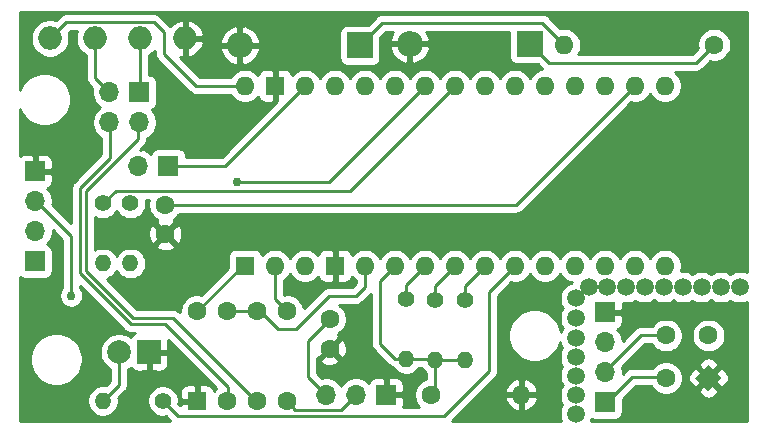
<source format=gtl>
%TF.GenerationSoftware,KiCad,Pcbnew,(5.1.8)-1*%
%TF.CreationDate,2021-02-22T22:06:48-05:00*%
%TF.ProjectId,TTS,5454532e-6b69-4636-9164-5f7063625858,rev?*%
%TF.SameCoordinates,Original*%
%TF.FileFunction,Copper,L1,Top*%
%TF.FilePolarity,Positive*%
%FSLAX46Y46*%
G04 Gerber Fmt 4.6, Leading zero omitted, Abs format (unit mm)*
G04 Created by KiCad (PCBNEW (5.1.8)-1) date 2021-02-22 22:06:48*
%MOMM*%
%LPD*%
G01*
G04 APERTURE LIST*
%TA.AperFunction,ComponentPad*%
%ADD10C,1.600000*%
%TD*%
%TA.AperFunction,ComponentPad*%
%ADD11O,1.600000X1.600000*%
%TD*%
%TA.AperFunction,ComponentPad*%
%ADD12R,1.600000X1.600000*%
%TD*%
%TA.AperFunction,ComponentPad*%
%ADD13O,1.400000X1.400000*%
%TD*%
%TA.AperFunction,ComponentPad*%
%ADD14C,1.400000*%
%TD*%
%TA.AperFunction,ComponentPad*%
%ADD15O,2.000000X2.000000*%
%TD*%
%TA.AperFunction,ComponentPad*%
%ADD16C,0.100000*%
%TD*%
%TA.AperFunction,ComponentPad*%
%ADD17C,2.000000*%
%TD*%
%TA.AperFunction,ComponentPad*%
%ADD18R,2.000000X2.000000*%
%TD*%
%TA.AperFunction,ComponentPad*%
%ADD19R,2.200000X2.200000*%
%TD*%
%TA.AperFunction,ComponentPad*%
%ADD20O,2.200000X2.200000*%
%TD*%
%TA.AperFunction,ComponentPad*%
%ADD21R,1.700000X1.700000*%
%TD*%
%TA.AperFunction,ComponentPad*%
%ADD22O,1.700000X1.700000*%
%TD*%
%TA.AperFunction,ViaPad*%
%ADD23C,1.500000*%
%TD*%
%TA.AperFunction,ViaPad*%
%ADD24C,0.762000*%
%TD*%
%TA.AperFunction,Conductor*%
%ADD25C,0.254000*%
%TD*%
%TA.AperFunction,Conductor*%
%ADD26C,0.100000*%
%TD*%
G04 APERTURE END LIST*
D10*
%TO.P,R9,1*%
%TO.N,/D3*%
X63246000Y-64516000D03*
D11*
%TO.P,R9,2*%
%TO.N,GND*%
X70866000Y-64516000D03*
%TD*%
D10*
%TO.P,U1,4*%
%TO.N,/TX*%
X43434000Y-57454800D03*
D12*
%TO.P,U1,5*%
%TO.N,GND*%
X43434000Y-65074800D03*
D10*
%TO.P,U1,3*%
%TO.N,/D2*%
X45974000Y-57454800D03*
%TO.P,U1,6*%
%TO.N,Net-(D2-Pad1)*%
X45974000Y-65074800D03*
%TO.P,U1,2*%
%TO.N,/D2*%
X48514000Y-57454800D03*
%TO.P,U1,7*%
%TO.N,Net-(D1-Pad1)*%
X48514000Y-65074800D03*
%TO.P,U1,1*%
%TO.N,/RX*%
X51054000Y-57454800D03*
%TO.P,U1,8*%
%TO.N,Net-(J4-Pad2)*%
X51054000Y-65074800D03*
%TD*%
D13*
%TO.P,R3,2*%
%TO.N,VDD*%
X37795200Y-53390800D03*
D14*
%TO.P,R3,1*%
%TO.N,/A5*%
X37795200Y-48310800D03*
%TD*%
D15*
%TO.P,D3,1*%
%TO.N,/VIN*%
X30988000Y-34340800D03*
%TO.P,D3,2*%
%TO.N,Net-(D3-Pad2)*%
X34798000Y-34340800D03*
%TO.P,D3,3*%
%TO.N,Net-(D3-Pad3)*%
X38608000Y-34340800D03*
%TO.P,D3,4*%
%TO.N,GND*%
X42418000Y-34340800D03*
%TD*%
%TA.AperFunction,ComponentPad*%
D16*
%TO.P,U2,4*%
%TO.N,GND*%
G36*
X86733651Y-61954880D02*
G01*
X87865022Y-63086251D01*
X86733651Y-64217622D01*
X85602280Y-63086251D01*
X86733651Y-61954880D01*
G37*
%TD.AperFunction*%
D10*
%TO.P,U2,1*%
%TO.N,/A5*%
X83141549Y-63086251D03*
%TO.P,U2,2*%
%TO.N,/A4*%
X83141549Y-59494149D03*
%TO.P,U2,3*%
%TO.N,VDD*%
X86733651Y-59494149D03*
%TD*%
D12*
%TO.P,A1,1*%
%TO.N,/TX*%
X47498000Y-53594000D03*
D11*
%TO.P,A1,17*%
%TO.N,VDD*%
X80518000Y-38354000D03*
%TO.P,A1,2*%
%TO.N,/RX*%
X50038000Y-53594000D03*
%TO.P,A1,18*%
%TO.N,/REF*%
X77978000Y-38354000D03*
%TO.P,A1,3*%
%TO.N,/RST_D*%
X52578000Y-53594000D03*
%TO.P,A1,19*%
%TO.N,/A0*%
X75438000Y-38354000D03*
D12*
%TO.P,A1,4*%
%TO.N,GND*%
X55118000Y-53594000D03*
D11*
%TO.P,A1,20*%
%TO.N,/A1*%
X72898000Y-38354000D03*
%TO.P,A1,5*%
%TO.N,/D2*%
X57658000Y-53594000D03*
%TO.P,A1,21*%
%TO.N,/A2*%
X70358000Y-38354000D03*
%TO.P,A1,6*%
%TO.N,/D3*%
X60198000Y-53594000D03*
%TO.P,A1,22*%
%TO.N,/A3*%
X67818000Y-38354000D03*
%TO.P,A1,7*%
%TO.N,/D4*%
X62738000Y-53594000D03*
%TO.P,A1,23*%
%TO.N,/A4*%
X65278000Y-38354000D03*
%TO.P,A1,8*%
%TO.N,/D5*%
X65278000Y-53594000D03*
%TO.P,A1,24*%
%TO.N,/A5*%
X62738000Y-38354000D03*
%TO.P,A1,9*%
%TO.N,/D6*%
X67818000Y-53594000D03*
%TO.P,A1,25*%
%TO.N,/A6*%
X60198000Y-38354000D03*
%TO.P,A1,10*%
%TO.N,/D7*%
X70358000Y-53594000D03*
%TO.P,A1,26*%
%TO.N,/A7*%
X57658000Y-38354000D03*
%TO.P,A1,11*%
%TO.N,/D8*%
X72898000Y-53594000D03*
%TO.P,A1,27*%
%TO.N,VCC*%
X55118000Y-38354000D03*
%TO.P,A1,12*%
%TO.N,/D9*%
X75438000Y-53594000D03*
%TO.P,A1,28*%
%TO.N,/RST_A*%
X52578000Y-38354000D03*
%TO.P,A1,13*%
%TO.N,/D10*%
X77978000Y-53594000D03*
D12*
%TO.P,A1,29*%
%TO.N,GND*%
X50038000Y-38354000D03*
D11*
%TO.P,A1,14*%
%TO.N,/D11*%
X80518000Y-53594000D03*
%TO.P,A1,30*%
%TO.N,/VIN*%
X47498000Y-38354000D03*
%TO.P,A1,15*%
%TO.N,/D12*%
X83058000Y-53594000D03*
%TO.P,A1,16*%
%TO.N,/D13*%
X83058000Y-38354000D03*
%TD*%
D10*
%TO.P,C1,2*%
%TO.N,GND*%
X54660800Y-60615200D03*
%TO.P,C1,1*%
%TO.N,VCC*%
X54660800Y-58115200D03*
%TD*%
%TO.P,C2,1*%
%TO.N,VDD*%
X40741600Y-48412400D03*
%TO.P,C2,2*%
%TO.N,GND*%
X40741600Y-50912400D03*
%TD*%
D17*
%TO.P,D4,2*%
%TO.N,Net-(D4-Pad2)*%
X36830000Y-60909200D03*
D18*
%TO.P,D4,1*%
%TO.N,GND*%
X39370000Y-60909200D03*
%TD*%
D10*
%TO.P,R1,1*%
%TO.N,Net-(D2-Pad1)*%
X87223600Y-34874200D03*
D11*
%TO.P,R1,2*%
%TO.N,Net-(D1-Pad1)*%
X74523600Y-34874200D03*
%TD*%
D14*
%TO.P,R2,1*%
%TO.N,/A4*%
X35458400Y-48310800D03*
D13*
%TO.P,R2,2*%
%TO.N,VDD*%
X35458400Y-53390800D03*
%TD*%
D14*
%TO.P,R8,1*%
%TO.N,/D7*%
X40538400Y-65024000D03*
D13*
%TO.P,R8,2*%
%TO.N,Net-(D4-Pad2)*%
X35458400Y-65024000D03*
%TD*%
D19*
%TO.P,D1,1*%
%TO.N,Net-(D1-Pad1)*%
X57226200Y-34925000D03*
D20*
%TO.P,D1,2*%
%TO.N,GND*%
X47066200Y-34925000D03*
%TD*%
%TO.P,D2,2*%
%TO.N,GND*%
X61442600Y-34798000D03*
D19*
%TO.P,D2,1*%
%TO.N,Net-(D2-Pad1)*%
X71602600Y-34798000D03*
%TD*%
D21*
%TO.P,J2,1*%
%TO.N,/A5*%
X77978000Y-65151000D03*
D22*
%TO.P,J2,2*%
%TO.N,/A4*%
X77978000Y-62611000D03*
%TO.P,J2,3*%
%TO.N,VDD*%
X77978000Y-60071000D03*
D21*
%TO.P,J2,4*%
%TO.N,GND*%
X77978000Y-57531000D03*
%TD*%
D14*
%TO.P,R5,1*%
%TO.N,/D4*%
X61137800Y-56413400D03*
D13*
%TO.P,R5,2*%
%TO.N,/D3*%
X61137800Y-61493400D03*
%TD*%
%TO.P,R6,2*%
%TO.N,/D3*%
X63576200Y-61544200D03*
D14*
%TO.P,R6,1*%
%TO.N,/D5*%
X63576200Y-56464200D03*
%TD*%
%TO.P,R7,1*%
%TO.N,/D6*%
X66116200Y-56515000D03*
D13*
%TO.P,R7,2*%
%TO.N,/D3*%
X66116200Y-61595000D03*
%TD*%
D21*
%TO.P,SW1,1*%
%TO.N,/RST_A*%
X40995600Y-45110400D03*
D22*
%TO.P,SW1,2*%
%TO.N,GND*%
X38455600Y-45110400D03*
%TD*%
D21*
%TO.P,J3,4*%
%TO.N,GND*%
X29718000Y-45593000D03*
D22*
%TO.P,J3,3*%
%TO.N,VDD*%
X29718000Y-48133000D03*
%TO.P,J3,2*%
%TO.N,/A4*%
X29718000Y-50673000D03*
D21*
%TO.P,J3,1*%
%TO.N,/A5*%
X29718000Y-53213000D03*
%TD*%
%TO.P,J1,1*%
%TO.N,Net-(D3-Pad3)*%
X38557200Y-38912800D03*
D22*
%TO.P,J1,2*%
%TO.N,Net-(D3-Pad2)*%
X36017200Y-38912800D03*
%TO.P,J1,3*%
%TO.N,Net-(D1-Pad1)*%
X38557200Y-41452800D03*
%TO.P,J1,4*%
%TO.N,Net-(D2-Pad1)*%
X36017200Y-41452800D03*
%TD*%
D21*
%TO.P,J4,1*%
%TO.N,GND*%
X59436000Y-64516000D03*
D22*
%TO.P,J4,2*%
%TO.N,Net-(J4-Pad2)*%
X56896000Y-64516000D03*
%TO.P,J4,3*%
%TO.N,VCC*%
X54356000Y-64516000D03*
%TD*%
D23*
%TO.N,*%
X75506400Y-61302900D03*
X75506400Y-62890400D03*
X75506400Y-59715400D03*
X75506400Y-58000900D03*
X75506400Y-56349900D03*
X76606400Y-55422800D03*
X78181200Y-55422800D03*
X79756000Y-55398400D03*
X81330800Y-55398400D03*
X82956400Y-55398400D03*
X84569300Y-55398400D03*
X86156800Y-55398400D03*
X75506400Y-64541400D03*
X75506400Y-66128900D03*
X87807800Y-55398400D03*
X89369900Y-55398400D03*
D24*
%TO.N,VDD*%
X32766000Y-56134000D03*
%TO.N,/A5*%
X46837600Y-46467799D03*
%TD*%
D25*
%TO.N,VDD*%
X80518000Y-38354000D02*
X73964800Y-44907200D01*
X40360600Y-48031400D02*
X40741600Y-48412400D01*
X70459600Y-48412400D02*
X80518000Y-38354000D01*
X40741600Y-48412400D02*
X70459600Y-48412400D01*
X32766000Y-51054000D02*
X32766000Y-56134000D01*
X29718000Y-48006000D02*
X32766000Y-51054000D01*
X77978000Y-60198000D02*
X78486000Y-60198000D01*
%TO.N,VCC*%
X52832000Y-59944000D02*
X54660800Y-58115200D01*
X52832000Y-62992000D02*
X52832000Y-59944000D01*
X54356000Y-64516000D02*
X52832000Y-62992000D01*
%TO.N,Net-(D1-Pad1)*%
X34036000Y-54025800D02*
X38036490Y-58026290D01*
X41414690Y-58026290D02*
X48539400Y-65151000D01*
X34036000Y-47244000D02*
X34036000Y-54025800D01*
X38404800Y-41656000D02*
X38404800Y-42875200D01*
X38036490Y-58026290D02*
X41414690Y-58026290D01*
X38404800Y-42875200D02*
X34036000Y-47244000D01*
X59131200Y-33020000D02*
X57226200Y-34925000D01*
X72669400Y-33020000D02*
X59131200Y-33020000D01*
X74523600Y-34874200D02*
X72669400Y-33020000D01*
%TO.N,Net-(D2-Pad1)*%
X73228200Y-36423600D02*
X71602600Y-34798000D01*
X85674200Y-36423600D02*
X73228200Y-36423600D01*
X87223600Y-34874200D02*
X85674200Y-36423600D01*
X36080700Y-44480864D02*
X33527989Y-47033575D01*
X33527989Y-47033575D02*
X33527990Y-54236226D01*
X33527990Y-54236226D02*
X37826065Y-58534301D01*
X37826065Y-58534301D02*
X40728901Y-58534301D01*
X40728901Y-58534301D02*
X46024800Y-63830200D01*
X36080700Y-41732200D02*
X36080700Y-44480864D01*
X46024800Y-63830200D02*
X46024800Y-65011300D01*
%TO.N,Net-(D3-Pad2)*%
X34798000Y-35001200D02*
X34798000Y-34340800D01*
X34798000Y-37693600D02*
X36017200Y-38912800D01*
X34798000Y-34340800D02*
X34798000Y-37693600D01*
%TO.N,/TX*%
X47294800Y-53594000D02*
X43434000Y-57454800D01*
X47498000Y-53594000D02*
X47294800Y-53594000D01*
%TO.N,/RX*%
X50038000Y-56438800D02*
X51054000Y-57454800D01*
X50038000Y-53594000D02*
X50038000Y-56438800D01*
%TO.N,/D2*%
X45974000Y-57454800D02*
X48514000Y-57454800D01*
X57434118Y-53594000D02*
X57658000Y-53594000D01*
X50292000Y-58928000D02*
X48768000Y-57404000D01*
X51816000Y-58928000D02*
X50292000Y-58928000D01*
X54610000Y-56134000D02*
X51816000Y-58928000D01*
X56896000Y-56134000D02*
X54610000Y-56134000D01*
X57658000Y-55372000D02*
X56896000Y-56134000D01*
X57658000Y-53848000D02*
X57658000Y-55372000D01*
%TO.N,/D3*%
X61087000Y-61442600D02*
X61137800Y-61493400D01*
X63525400Y-61493400D02*
X63576200Y-61544200D01*
X61137800Y-61493400D02*
X63525400Y-61493400D01*
X66065400Y-61544200D02*
X66116200Y-61595000D01*
X63576200Y-61544200D02*
X66065400Y-61544200D01*
X61214000Y-61468000D02*
X60198000Y-61468000D01*
X60198000Y-61468000D02*
X58928000Y-60198000D01*
X58928000Y-54864000D02*
X60198000Y-53594000D01*
X58928000Y-60198000D02*
X58928000Y-54864000D01*
X63576200Y-64185800D02*
X63246000Y-64516000D01*
X63576200Y-61544200D02*
X63576200Y-64185800D01*
%TO.N,/D4*%
X61137800Y-55194200D02*
X62738000Y-53594000D01*
X61137800Y-56413400D02*
X61137800Y-55194200D01*
%TO.N,/A4*%
X56402201Y-47229799D02*
X65278000Y-38354000D01*
X36539401Y-47229799D02*
X56402201Y-47229799D01*
X35458400Y-48310800D02*
X36539401Y-47229799D01*
X83141549Y-59962051D02*
X83141549Y-59494149D01*
X81026000Y-59436000D02*
X77978000Y-62484000D01*
X83058000Y-59436000D02*
X81026000Y-59436000D01*
%TO.N,/D5*%
X63576200Y-55295800D02*
X65278000Y-53594000D01*
X63576200Y-56464200D02*
X63576200Y-55295800D01*
%TO.N,/A5*%
X54624201Y-46467799D02*
X62738000Y-38354000D01*
X46837600Y-46467799D02*
X54624201Y-46467799D01*
X80264000Y-62992000D02*
X77978000Y-65278000D01*
X83312000Y-62992000D02*
X80264000Y-62992000D01*
%TO.N,/D6*%
X66116200Y-55295800D02*
X67818000Y-53594000D01*
X66116200Y-56515000D02*
X66116200Y-55295800D01*
%TO.N,/D7*%
X68122800Y-55829200D02*
X70358000Y-53594000D01*
X68122800Y-62534800D02*
X68122800Y-55829200D01*
X64350999Y-66306601D02*
X68122800Y-62534800D01*
X41821001Y-66306601D02*
X64350999Y-66306601D01*
X40538400Y-65024000D02*
X41821001Y-66306601D01*
%TO.N,/RST_A*%
X45821600Y-45110400D02*
X52578000Y-38354000D01*
X40995600Y-45110400D02*
X45821600Y-45110400D01*
%TO.N,/VIN*%
X43339634Y-38354000D02*
X47498000Y-38354000D01*
X40640000Y-35654366D02*
X43339634Y-38354000D01*
X40640000Y-33832800D02*
X40640000Y-35654366D01*
X39766999Y-32959799D02*
X40640000Y-33832800D01*
X32369001Y-32959799D02*
X39766999Y-32959799D01*
X30988000Y-34340800D02*
X32369001Y-32959799D01*
%TO.N,Net-(D3-Pad3)*%
X38608000Y-38862000D02*
X38557200Y-38912800D01*
X38608000Y-34340800D02*
X38608000Y-38862000D01*
%TO.N,Net-(D4-Pad2)*%
X36830000Y-63652400D02*
X35458400Y-65024000D01*
X36830000Y-60909200D02*
X36830000Y-63652400D01*
%TO.N,Net-(J4-Pad2)*%
X55626000Y-65786000D02*
X56896000Y-64516000D01*
X51765200Y-65786000D02*
X55626000Y-65786000D01*
X51054000Y-65074800D02*
X51765200Y-65786000D01*
%TD*%
%TO.N,GND*%
X32004000Y-51369631D02*
X32004001Y-55459158D01*
X31976821Y-55486338D01*
X31865632Y-55652744D01*
X31789044Y-55837644D01*
X31750000Y-56033933D01*
X31750000Y-56234067D01*
X31789044Y-56430356D01*
X31865632Y-56615256D01*
X31976821Y-56781662D01*
X32118338Y-56923179D01*
X32284744Y-57034368D01*
X32469644Y-57110956D01*
X32665933Y-57150000D01*
X32866067Y-57150000D01*
X33062356Y-57110956D01*
X33247256Y-57034368D01*
X33413662Y-56923179D01*
X33555179Y-56781662D01*
X33666368Y-56615256D01*
X33742956Y-56430356D01*
X33782000Y-56234067D01*
X33782000Y-56033933D01*
X33742956Y-55837644D01*
X33666368Y-55652744D01*
X33555179Y-55486338D01*
X33528000Y-55459159D01*
X33528000Y-55313866D01*
X37260785Y-59046652D01*
X37284643Y-59075723D01*
X37313713Y-59099580D01*
X37400672Y-59170946D01*
X37457151Y-59201134D01*
X37533050Y-59241703D01*
X37676687Y-59285275D01*
X37788639Y-59296301D01*
X37788642Y-59296301D01*
X37826065Y-59299987D01*
X37863488Y-59296301D01*
X38202950Y-59296301D01*
X38125820Y-59319698D01*
X38015506Y-59378663D01*
X37918815Y-59458015D01*
X37839463Y-59554706D01*
X37814809Y-59600830D01*
X37604463Y-59460282D01*
X37306912Y-59337032D01*
X36991033Y-59274200D01*
X36668967Y-59274200D01*
X36353088Y-59337032D01*
X36055537Y-59460282D01*
X35787748Y-59639213D01*
X35560013Y-59866948D01*
X35381082Y-60134737D01*
X35257832Y-60432288D01*
X35195000Y-60748167D01*
X35195000Y-61070233D01*
X35257832Y-61386112D01*
X35381082Y-61683663D01*
X35560013Y-61951452D01*
X35787748Y-62179187D01*
X36055537Y-62358118D01*
X36068001Y-62363281D01*
X36068001Y-63336768D01*
X35694884Y-63709886D01*
X35589886Y-63689000D01*
X35326914Y-63689000D01*
X35068995Y-63740304D01*
X34826041Y-63840939D01*
X34607387Y-63987038D01*
X34421438Y-64172987D01*
X34275339Y-64391641D01*
X34174704Y-64634595D01*
X34123400Y-64892514D01*
X34123400Y-65155486D01*
X34174704Y-65413405D01*
X34275339Y-65656359D01*
X34421438Y-65875013D01*
X34607387Y-66060962D01*
X34826041Y-66207061D01*
X35068995Y-66307696D01*
X35326914Y-66359000D01*
X35589886Y-66359000D01*
X35847805Y-66307696D01*
X36090759Y-66207061D01*
X36309413Y-66060962D01*
X36495362Y-65875013D01*
X36641461Y-65656359D01*
X36742096Y-65413405D01*
X36793400Y-65155486D01*
X36793400Y-64892514D01*
X36772514Y-64787516D01*
X37342352Y-64217679D01*
X37371422Y-64193822D01*
X37466645Y-64077792D01*
X37537402Y-63945415D01*
X37580974Y-63801778D01*
X37592000Y-63689826D01*
X37592000Y-63689824D01*
X37595686Y-63652401D01*
X37592000Y-63614978D01*
X37592000Y-62363280D01*
X37604463Y-62358118D01*
X37814809Y-62217570D01*
X37839463Y-62263694D01*
X37918815Y-62360385D01*
X38015506Y-62439737D01*
X38125820Y-62498702D01*
X38245518Y-62535012D01*
X38370000Y-62547272D01*
X39084250Y-62544200D01*
X39243000Y-62385450D01*
X39243000Y-61036200D01*
X39497000Y-61036200D01*
X39497000Y-62385450D01*
X39655750Y-62544200D01*
X40370000Y-62547272D01*
X40494482Y-62535012D01*
X40614180Y-62498702D01*
X40724494Y-62439737D01*
X40821185Y-62360385D01*
X40900537Y-62263694D01*
X40959502Y-62153380D01*
X40995812Y-62033682D01*
X41008072Y-61909200D01*
X41005000Y-61194950D01*
X40846250Y-61036200D01*
X39497000Y-61036200D01*
X39243000Y-61036200D01*
X39223000Y-61036200D01*
X39223000Y-60782200D01*
X39243000Y-60782200D01*
X39243000Y-60762200D01*
X39497000Y-60762200D01*
X39497000Y-60782200D01*
X40846250Y-60782200D01*
X41005000Y-60623450D01*
X41008072Y-59909200D01*
X41006095Y-59889125D01*
X45069966Y-63952997D01*
X45059241Y-63960163D01*
X44860643Y-64158761D01*
X44859812Y-64150318D01*
X44823502Y-64030620D01*
X44764537Y-63920306D01*
X44685185Y-63823615D01*
X44588494Y-63744263D01*
X44478180Y-63685298D01*
X44358482Y-63648988D01*
X44234000Y-63636728D01*
X43719750Y-63639800D01*
X43561000Y-63798550D01*
X43561000Y-64947800D01*
X43581000Y-64947800D01*
X43581000Y-65201800D01*
X43561000Y-65201800D01*
X43561000Y-65221800D01*
X43307000Y-65221800D01*
X43307000Y-65201800D01*
X42157750Y-65201800D01*
X41999000Y-65360550D01*
X41998724Y-65406694D01*
X41852514Y-65260484D01*
X41873400Y-65155486D01*
X41873400Y-64892514D01*
X41822096Y-64634595D01*
X41721461Y-64391641D01*
X41643391Y-64274800D01*
X41995928Y-64274800D01*
X41999000Y-64789050D01*
X42157750Y-64947800D01*
X43307000Y-64947800D01*
X43307000Y-63798550D01*
X43148250Y-63639800D01*
X42634000Y-63636728D01*
X42509518Y-63648988D01*
X42389820Y-63685298D01*
X42279506Y-63744263D01*
X42182815Y-63823615D01*
X42103463Y-63920306D01*
X42044498Y-64030620D01*
X42008188Y-64150318D01*
X41995928Y-64274800D01*
X41643391Y-64274800D01*
X41575362Y-64172987D01*
X41389413Y-63987038D01*
X41170759Y-63840939D01*
X40927805Y-63740304D01*
X40669886Y-63689000D01*
X40406914Y-63689000D01*
X40148995Y-63740304D01*
X39906041Y-63840939D01*
X39687387Y-63987038D01*
X39501438Y-64172987D01*
X39355339Y-64391641D01*
X39254704Y-64634595D01*
X39203400Y-64892514D01*
X39203400Y-65155486D01*
X39254704Y-65413405D01*
X39355339Y-65656359D01*
X39501438Y-65875013D01*
X39687387Y-66060962D01*
X39906041Y-66207061D01*
X40148995Y-66307696D01*
X40406914Y-66359000D01*
X40669886Y-66359000D01*
X40774884Y-66338114D01*
X41162416Y-66725646D01*
X28422200Y-66726173D01*
X28422200Y-61279872D01*
X29265000Y-61279872D01*
X29265000Y-61720128D01*
X29350890Y-62151925D01*
X29519369Y-62558669D01*
X29763962Y-62924729D01*
X30075271Y-63236038D01*
X30441331Y-63480631D01*
X30848075Y-63649110D01*
X31279872Y-63735000D01*
X31720128Y-63735000D01*
X32151925Y-63649110D01*
X32558669Y-63480631D01*
X32924729Y-63236038D01*
X33236038Y-62924729D01*
X33480631Y-62558669D01*
X33649110Y-62151925D01*
X33735000Y-61720128D01*
X33735000Y-61279872D01*
X33649110Y-60848075D01*
X33480631Y-60441331D01*
X33236038Y-60075271D01*
X32924729Y-59763962D01*
X32558669Y-59519369D01*
X32151925Y-59350890D01*
X31720128Y-59265000D01*
X31279872Y-59265000D01*
X30848075Y-59350890D01*
X30441331Y-59519369D01*
X30075271Y-59763962D01*
X29763962Y-60075271D01*
X29519369Y-60441331D01*
X29350890Y-60848075D01*
X29265000Y-61279872D01*
X28422200Y-61279872D01*
X28422200Y-54518604D01*
X28513506Y-54593537D01*
X28623820Y-54652502D01*
X28743518Y-54688812D01*
X28868000Y-54701072D01*
X30568000Y-54701072D01*
X30692482Y-54688812D01*
X30812180Y-54652502D01*
X30922494Y-54593537D01*
X31019185Y-54514185D01*
X31098537Y-54417494D01*
X31157502Y-54307180D01*
X31193812Y-54187482D01*
X31206072Y-54063000D01*
X31206072Y-52363000D01*
X31193812Y-52238518D01*
X31157502Y-52118820D01*
X31098537Y-52008506D01*
X31019185Y-51911815D01*
X30922494Y-51832463D01*
X30812180Y-51773498D01*
X30739620Y-51751487D01*
X30871475Y-51619632D01*
X31033990Y-51376411D01*
X31145932Y-51106158D01*
X31203000Y-50819260D01*
X31203000Y-50568631D01*
X32004000Y-51369631D01*
%TA.AperFunction,Conductor*%
D26*
G36*
X32004000Y-51369631D02*
G01*
X32004001Y-55459158D01*
X31976821Y-55486338D01*
X31865632Y-55652744D01*
X31789044Y-55837644D01*
X31750000Y-56033933D01*
X31750000Y-56234067D01*
X31789044Y-56430356D01*
X31865632Y-56615256D01*
X31976821Y-56781662D01*
X32118338Y-56923179D01*
X32284744Y-57034368D01*
X32469644Y-57110956D01*
X32665933Y-57150000D01*
X32866067Y-57150000D01*
X33062356Y-57110956D01*
X33247256Y-57034368D01*
X33413662Y-56923179D01*
X33555179Y-56781662D01*
X33666368Y-56615256D01*
X33742956Y-56430356D01*
X33782000Y-56234067D01*
X33782000Y-56033933D01*
X33742956Y-55837644D01*
X33666368Y-55652744D01*
X33555179Y-55486338D01*
X33528000Y-55459159D01*
X33528000Y-55313866D01*
X37260785Y-59046652D01*
X37284643Y-59075723D01*
X37313713Y-59099580D01*
X37400672Y-59170946D01*
X37457151Y-59201134D01*
X37533050Y-59241703D01*
X37676687Y-59285275D01*
X37788639Y-59296301D01*
X37788642Y-59296301D01*
X37826065Y-59299987D01*
X37863488Y-59296301D01*
X38202950Y-59296301D01*
X38125820Y-59319698D01*
X38015506Y-59378663D01*
X37918815Y-59458015D01*
X37839463Y-59554706D01*
X37814809Y-59600830D01*
X37604463Y-59460282D01*
X37306912Y-59337032D01*
X36991033Y-59274200D01*
X36668967Y-59274200D01*
X36353088Y-59337032D01*
X36055537Y-59460282D01*
X35787748Y-59639213D01*
X35560013Y-59866948D01*
X35381082Y-60134737D01*
X35257832Y-60432288D01*
X35195000Y-60748167D01*
X35195000Y-61070233D01*
X35257832Y-61386112D01*
X35381082Y-61683663D01*
X35560013Y-61951452D01*
X35787748Y-62179187D01*
X36055537Y-62358118D01*
X36068001Y-62363281D01*
X36068001Y-63336768D01*
X35694884Y-63709886D01*
X35589886Y-63689000D01*
X35326914Y-63689000D01*
X35068995Y-63740304D01*
X34826041Y-63840939D01*
X34607387Y-63987038D01*
X34421438Y-64172987D01*
X34275339Y-64391641D01*
X34174704Y-64634595D01*
X34123400Y-64892514D01*
X34123400Y-65155486D01*
X34174704Y-65413405D01*
X34275339Y-65656359D01*
X34421438Y-65875013D01*
X34607387Y-66060962D01*
X34826041Y-66207061D01*
X35068995Y-66307696D01*
X35326914Y-66359000D01*
X35589886Y-66359000D01*
X35847805Y-66307696D01*
X36090759Y-66207061D01*
X36309413Y-66060962D01*
X36495362Y-65875013D01*
X36641461Y-65656359D01*
X36742096Y-65413405D01*
X36793400Y-65155486D01*
X36793400Y-64892514D01*
X36772514Y-64787516D01*
X37342352Y-64217679D01*
X37371422Y-64193822D01*
X37466645Y-64077792D01*
X37537402Y-63945415D01*
X37580974Y-63801778D01*
X37592000Y-63689826D01*
X37592000Y-63689824D01*
X37595686Y-63652401D01*
X37592000Y-63614978D01*
X37592000Y-62363280D01*
X37604463Y-62358118D01*
X37814809Y-62217570D01*
X37839463Y-62263694D01*
X37918815Y-62360385D01*
X38015506Y-62439737D01*
X38125820Y-62498702D01*
X38245518Y-62535012D01*
X38370000Y-62547272D01*
X39084250Y-62544200D01*
X39243000Y-62385450D01*
X39243000Y-61036200D01*
X39497000Y-61036200D01*
X39497000Y-62385450D01*
X39655750Y-62544200D01*
X40370000Y-62547272D01*
X40494482Y-62535012D01*
X40614180Y-62498702D01*
X40724494Y-62439737D01*
X40821185Y-62360385D01*
X40900537Y-62263694D01*
X40959502Y-62153380D01*
X40995812Y-62033682D01*
X41008072Y-61909200D01*
X41005000Y-61194950D01*
X40846250Y-61036200D01*
X39497000Y-61036200D01*
X39243000Y-61036200D01*
X39223000Y-61036200D01*
X39223000Y-60782200D01*
X39243000Y-60782200D01*
X39243000Y-60762200D01*
X39497000Y-60762200D01*
X39497000Y-60782200D01*
X40846250Y-60782200D01*
X41005000Y-60623450D01*
X41008072Y-59909200D01*
X41006095Y-59889125D01*
X45069966Y-63952997D01*
X45059241Y-63960163D01*
X44860643Y-64158761D01*
X44859812Y-64150318D01*
X44823502Y-64030620D01*
X44764537Y-63920306D01*
X44685185Y-63823615D01*
X44588494Y-63744263D01*
X44478180Y-63685298D01*
X44358482Y-63648988D01*
X44234000Y-63636728D01*
X43719750Y-63639800D01*
X43561000Y-63798550D01*
X43561000Y-64947800D01*
X43581000Y-64947800D01*
X43581000Y-65201800D01*
X43561000Y-65201800D01*
X43561000Y-65221800D01*
X43307000Y-65221800D01*
X43307000Y-65201800D01*
X42157750Y-65201800D01*
X41999000Y-65360550D01*
X41998724Y-65406694D01*
X41852514Y-65260484D01*
X41873400Y-65155486D01*
X41873400Y-64892514D01*
X41822096Y-64634595D01*
X41721461Y-64391641D01*
X41643391Y-64274800D01*
X41995928Y-64274800D01*
X41999000Y-64789050D01*
X42157750Y-64947800D01*
X43307000Y-64947800D01*
X43307000Y-63798550D01*
X43148250Y-63639800D01*
X42634000Y-63636728D01*
X42509518Y-63648988D01*
X42389820Y-63685298D01*
X42279506Y-63744263D01*
X42182815Y-63823615D01*
X42103463Y-63920306D01*
X42044498Y-64030620D01*
X42008188Y-64150318D01*
X41995928Y-64274800D01*
X41643391Y-64274800D01*
X41575362Y-64172987D01*
X41389413Y-63987038D01*
X41170759Y-63840939D01*
X40927805Y-63740304D01*
X40669886Y-63689000D01*
X40406914Y-63689000D01*
X40148995Y-63740304D01*
X39906041Y-63840939D01*
X39687387Y-63987038D01*
X39501438Y-64172987D01*
X39355339Y-64391641D01*
X39254704Y-64634595D01*
X39203400Y-64892514D01*
X39203400Y-65155486D01*
X39254704Y-65413405D01*
X39355339Y-65656359D01*
X39501438Y-65875013D01*
X39687387Y-66060962D01*
X39906041Y-66207061D01*
X40148995Y-66307696D01*
X40406914Y-66359000D01*
X40669886Y-66359000D01*
X40774884Y-66338114D01*
X41162416Y-66725646D01*
X28422200Y-66726173D01*
X28422200Y-61279872D01*
X29265000Y-61279872D01*
X29265000Y-61720128D01*
X29350890Y-62151925D01*
X29519369Y-62558669D01*
X29763962Y-62924729D01*
X30075271Y-63236038D01*
X30441331Y-63480631D01*
X30848075Y-63649110D01*
X31279872Y-63735000D01*
X31720128Y-63735000D01*
X32151925Y-63649110D01*
X32558669Y-63480631D01*
X32924729Y-63236038D01*
X33236038Y-62924729D01*
X33480631Y-62558669D01*
X33649110Y-62151925D01*
X33735000Y-61720128D01*
X33735000Y-61279872D01*
X33649110Y-60848075D01*
X33480631Y-60441331D01*
X33236038Y-60075271D01*
X32924729Y-59763962D01*
X32558669Y-59519369D01*
X32151925Y-59350890D01*
X31720128Y-59265000D01*
X31279872Y-59265000D01*
X30848075Y-59350890D01*
X30441331Y-59519369D01*
X30075271Y-59763962D01*
X29763962Y-60075271D01*
X29519369Y-60441331D01*
X29350890Y-60848075D01*
X29265000Y-61279872D01*
X28422200Y-61279872D01*
X28422200Y-54518604D01*
X28513506Y-54593537D01*
X28623820Y-54652502D01*
X28743518Y-54688812D01*
X28868000Y-54701072D01*
X30568000Y-54701072D01*
X30692482Y-54688812D01*
X30812180Y-54652502D01*
X30922494Y-54593537D01*
X31019185Y-54514185D01*
X31098537Y-54417494D01*
X31157502Y-54307180D01*
X31193812Y-54187482D01*
X31206072Y-54063000D01*
X31206072Y-52363000D01*
X31193812Y-52238518D01*
X31157502Y-52118820D01*
X31098537Y-52008506D01*
X31019185Y-51911815D01*
X30922494Y-51832463D01*
X30812180Y-51773498D01*
X30739620Y-51751487D01*
X30871475Y-51619632D01*
X31033990Y-51376411D01*
X31145932Y-51106158D01*
X31203000Y-50819260D01*
X31203000Y-50568631D01*
X32004000Y-51369631D01*
G37*
%TD.AperFunction*%
D25*
X74323363Y-54508759D02*
X74523241Y-54708637D01*
X74758273Y-54865680D01*
X75019426Y-54973853D01*
X75172202Y-55004243D01*
X75102411Y-55018125D01*
X74850357Y-55122529D01*
X74623514Y-55274101D01*
X74430601Y-55467014D01*
X74279029Y-55693857D01*
X74174625Y-55945911D01*
X74121400Y-56213489D01*
X74121400Y-56486311D01*
X74174625Y-56753889D01*
X74279029Y-57005943D01*
X74392257Y-57175400D01*
X74279029Y-57344857D01*
X74174625Y-57596911D01*
X74121400Y-57864489D01*
X74121400Y-58137311D01*
X74174625Y-58404889D01*
X74279029Y-58656943D01*
X74413472Y-58858150D01*
X74279029Y-59059357D01*
X74219651Y-59202708D01*
X74149110Y-58848075D01*
X73980631Y-58441331D01*
X73736038Y-58075271D01*
X73424729Y-57763962D01*
X73058669Y-57519369D01*
X72651925Y-57350890D01*
X72220128Y-57265000D01*
X71779872Y-57265000D01*
X71348075Y-57350890D01*
X70941331Y-57519369D01*
X70575271Y-57763962D01*
X70263962Y-58075271D01*
X70019369Y-58441331D01*
X69850890Y-58848075D01*
X69765000Y-59279872D01*
X69765000Y-59720128D01*
X69850890Y-60151925D01*
X70019369Y-60558669D01*
X70263962Y-60924729D01*
X70575271Y-61236038D01*
X70941331Y-61480631D01*
X71348075Y-61649110D01*
X71779872Y-61735000D01*
X72220128Y-61735000D01*
X72651925Y-61649110D01*
X73058669Y-61480631D01*
X73424729Y-61236038D01*
X73736038Y-60924729D01*
X73980631Y-60558669D01*
X74149110Y-60151925D01*
X74165103Y-60071521D01*
X74174625Y-60119389D01*
X74279029Y-60371443D01*
X74371042Y-60509150D01*
X74279029Y-60646857D01*
X74174625Y-60898911D01*
X74121400Y-61166489D01*
X74121400Y-61439311D01*
X74174625Y-61706889D01*
X74279029Y-61958943D01*
X74371042Y-62096650D01*
X74279029Y-62234357D01*
X74174625Y-62486411D01*
X74121400Y-62753989D01*
X74121400Y-63026811D01*
X74174625Y-63294389D01*
X74279029Y-63546443D01*
X74392257Y-63715900D01*
X74279029Y-63885357D01*
X74174625Y-64137411D01*
X74121400Y-64404989D01*
X74121400Y-64677811D01*
X74174625Y-64945389D01*
X74279029Y-65197443D01*
X74371042Y-65335150D01*
X74279029Y-65472857D01*
X74174625Y-65724911D01*
X74121400Y-65992489D01*
X74121400Y-66265311D01*
X74174625Y-66532889D01*
X74253901Y-66724277D01*
X65010570Y-66724660D01*
X66870191Y-64865039D01*
X69474096Y-64865039D01*
X69514754Y-64999087D01*
X69634963Y-65253420D01*
X69802481Y-65479414D01*
X70010869Y-65668385D01*
X70252119Y-65813070D01*
X70516960Y-65907909D01*
X70739000Y-65786624D01*
X70739000Y-64643000D01*
X70993000Y-64643000D01*
X70993000Y-65786624D01*
X71215040Y-65907909D01*
X71479881Y-65813070D01*
X71721131Y-65668385D01*
X71929519Y-65479414D01*
X72097037Y-65253420D01*
X72217246Y-64999087D01*
X72257904Y-64865039D01*
X72135915Y-64643000D01*
X70993000Y-64643000D01*
X70739000Y-64643000D01*
X69596085Y-64643000D01*
X69474096Y-64865039D01*
X66870191Y-64865039D01*
X67568269Y-64166961D01*
X69474096Y-64166961D01*
X69596085Y-64389000D01*
X70739000Y-64389000D01*
X70739000Y-63245376D01*
X70993000Y-63245376D01*
X70993000Y-64389000D01*
X72135915Y-64389000D01*
X72257904Y-64166961D01*
X72217246Y-64032913D01*
X72097037Y-63778580D01*
X71929519Y-63552586D01*
X71721131Y-63363615D01*
X71479881Y-63218930D01*
X71215040Y-63124091D01*
X70993000Y-63245376D01*
X70739000Y-63245376D01*
X70516960Y-63124091D01*
X70252119Y-63218930D01*
X70010869Y-63363615D01*
X69802481Y-63552586D01*
X69634963Y-63778580D01*
X69514754Y-64032913D01*
X69474096Y-64166961D01*
X67568269Y-64166961D01*
X68635153Y-63100078D01*
X68664222Y-63076222D01*
X68759445Y-62960192D01*
X68830202Y-62827815D01*
X68873774Y-62684178D01*
X68884800Y-62572226D01*
X68884800Y-62572224D01*
X68888486Y-62534801D01*
X68884800Y-62497378D01*
X68884800Y-56144830D01*
X70036473Y-54993157D01*
X70216665Y-55029000D01*
X70499335Y-55029000D01*
X70776574Y-54973853D01*
X71037727Y-54865680D01*
X71272759Y-54708637D01*
X71472637Y-54508759D01*
X71628000Y-54276241D01*
X71783363Y-54508759D01*
X71983241Y-54708637D01*
X72218273Y-54865680D01*
X72479426Y-54973853D01*
X72756665Y-55029000D01*
X73039335Y-55029000D01*
X73316574Y-54973853D01*
X73577727Y-54865680D01*
X73812759Y-54708637D01*
X74012637Y-54508759D01*
X74168000Y-54276241D01*
X74323363Y-54508759D01*
%TA.AperFunction,Conductor*%
D26*
G36*
X74323363Y-54508759D02*
G01*
X74523241Y-54708637D01*
X74758273Y-54865680D01*
X75019426Y-54973853D01*
X75172202Y-55004243D01*
X75102411Y-55018125D01*
X74850357Y-55122529D01*
X74623514Y-55274101D01*
X74430601Y-55467014D01*
X74279029Y-55693857D01*
X74174625Y-55945911D01*
X74121400Y-56213489D01*
X74121400Y-56486311D01*
X74174625Y-56753889D01*
X74279029Y-57005943D01*
X74392257Y-57175400D01*
X74279029Y-57344857D01*
X74174625Y-57596911D01*
X74121400Y-57864489D01*
X74121400Y-58137311D01*
X74174625Y-58404889D01*
X74279029Y-58656943D01*
X74413472Y-58858150D01*
X74279029Y-59059357D01*
X74219651Y-59202708D01*
X74149110Y-58848075D01*
X73980631Y-58441331D01*
X73736038Y-58075271D01*
X73424729Y-57763962D01*
X73058669Y-57519369D01*
X72651925Y-57350890D01*
X72220128Y-57265000D01*
X71779872Y-57265000D01*
X71348075Y-57350890D01*
X70941331Y-57519369D01*
X70575271Y-57763962D01*
X70263962Y-58075271D01*
X70019369Y-58441331D01*
X69850890Y-58848075D01*
X69765000Y-59279872D01*
X69765000Y-59720128D01*
X69850890Y-60151925D01*
X70019369Y-60558669D01*
X70263962Y-60924729D01*
X70575271Y-61236038D01*
X70941331Y-61480631D01*
X71348075Y-61649110D01*
X71779872Y-61735000D01*
X72220128Y-61735000D01*
X72651925Y-61649110D01*
X73058669Y-61480631D01*
X73424729Y-61236038D01*
X73736038Y-60924729D01*
X73980631Y-60558669D01*
X74149110Y-60151925D01*
X74165103Y-60071521D01*
X74174625Y-60119389D01*
X74279029Y-60371443D01*
X74371042Y-60509150D01*
X74279029Y-60646857D01*
X74174625Y-60898911D01*
X74121400Y-61166489D01*
X74121400Y-61439311D01*
X74174625Y-61706889D01*
X74279029Y-61958943D01*
X74371042Y-62096650D01*
X74279029Y-62234357D01*
X74174625Y-62486411D01*
X74121400Y-62753989D01*
X74121400Y-63026811D01*
X74174625Y-63294389D01*
X74279029Y-63546443D01*
X74392257Y-63715900D01*
X74279029Y-63885357D01*
X74174625Y-64137411D01*
X74121400Y-64404989D01*
X74121400Y-64677811D01*
X74174625Y-64945389D01*
X74279029Y-65197443D01*
X74371042Y-65335150D01*
X74279029Y-65472857D01*
X74174625Y-65724911D01*
X74121400Y-65992489D01*
X74121400Y-66265311D01*
X74174625Y-66532889D01*
X74253901Y-66724277D01*
X65010570Y-66724660D01*
X66870191Y-64865039D01*
X69474096Y-64865039D01*
X69514754Y-64999087D01*
X69634963Y-65253420D01*
X69802481Y-65479414D01*
X70010869Y-65668385D01*
X70252119Y-65813070D01*
X70516960Y-65907909D01*
X70739000Y-65786624D01*
X70739000Y-64643000D01*
X70993000Y-64643000D01*
X70993000Y-65786624D01*
X71215040Y-65907909D01*
X71479881Y-65813070D01*
X71721131Y-65668385D01*
X71929519Y-65479414D01*
X72097037Y-65253420D01*
X72217246Y-64999087D01*
X72257904Y-64865039D01*
X72135915Y-64643000D01*
X70993000Y-64643000D01*
X70739000Y-64643000D01*
X69596085Y-64643000D01*
X69474096Y-64865039D01*
X66870191Y-64865039D01*
X67568269Y-64166961D01*
X69474096Y-64166961D01*
X69596085Y-64389000D01*
X70739000Y-64389000D01*
X70739000Y-63245376D01*
X70993000Y-63245376D01*
X70993000Y-64389000D01*
X72135915Y-64389000D01*
X72257904Y-64166961D01*
X72217246Y-64032913D01*
X72097037Y-63778580D01*
X71929519Y-63552586D01*
X71721131Y-63363615D01*
X71479881Y-63218930D01*
X71215040Y-63124091D01*
X70993000Y-63245376D01*
X70739000Y-63245376D01*
X70516960Y-63124091D01*
X70252119Y-63218930D01*
X70010869Y-63363615D01*
X69802481Y-63552586D01*
X69634963Y-63778580D01*
X69514754Y-64032913D01*
X69474096Y-64166961D01*
X67568269Y-64166961D01*
X68635153Y-63100078D01*
X68664222Y-63076222D01*
X68759445Y-62960192D01*
X68830202Y-62827815D01*
X68873774Y-62684178D01*
X68884800Y-62572226D01*
X68884800Y-62572224D01*
X68888486Y-62534801D01*
X68884800Y-62497378D01*
X68884800Y-56144830D01*
X70036473Y-54993157D01*
X70216665Y-55029000D01*
X70499335Y-55029000D01*
X70776574Y-54973853D01*
X71037727Y-54865680D01*
X71272759Y-54708637D01*
X71472637Y-54508759D01*
X71628000Y-54276241D01*
X71783363Y-54508759D01*
X71983241Y-54708637D01*
X72218273Y-54865680D01*
X72479426Y-54973853D01*
X72756665Y-55029000D01*
X73039335Y-55029000D01*
X73316574Y-54973853D01*
X73577727Y-54865680D01*
X73812759Y-54708637D01*
X74012637Y-54508759D01*
X74168000Y-54276241D01*
X74323363Y-54508759D01*
G37*
%TD.AperFunction*%
D25*
X87151757Y-56625771D02*
X87403811Y-56730175D01*
X87671389Y-56783400D01*
X87944211Y-56783400D01*
X88211789Y-56730175D01*
X88463843Y-56625771D01*
X88588850Y-56542244D01*
X88713857Y-56625771D01*
X88965911Y-56730175D01*
X89233489Y-56783400D01*
X89506311Y-56783400D01*
X89773889Y-56730175D01*
X89962401Y-56652091D01*
X89962401Y-66723628D01*
X76758942Y-66724174D01*
X76826911Y-66560083D01*
X76883820Y-66590502D01*
X77003518Y-66626812D01*
X77128000Y-66639072D01*
X78828000Y-66639072D01*
X78952482Y-66626812D01*
X79072180Y-66590502D01*
X79182494Y-66531537D01*
X79279185Y-66452185D01*
X79358537Y-66355494D01*
X79417502Y-66245180D01*
X79453812Y-66125482D01*
X79466072Y-66001000D01*
X79466072Y-64867558D01*
X80579631Y-63754000D01*
X81864908Y-63754000D01*
X81869869Y-63765978D01*
X82026912Y-64001010D01*
X82226790Y-64200888D01*
X82461822Y-64357931D01*
X82722975Y-64466104D01*
X83000214Y-64521251D01*
X83282884Y-64521251D01*
X83560123Y-64466104D01*
X83821276Y-64357931D01*
X84056308Y-64200888D01*
X84178697Y-64078499D01*
X85921009Y-64078499D01*
X85921009Y-64303005D01*
X86282466Y-64668807D01*
X86379157Y-64748160D01*
X86489471Y-64807124D01*
X86609170Y-64843433D01*
X86733651Y-64855694D01*
X86858132Y-64843433D01*
X86977831Y-64807124D01*
X87088145Y-64748160D01*
X87184836Y-64668807D01*
X87546293Y-64303005D01*
X87546293Y-64078499D01*
X86733651Y-63265856D01*
X85921009Y-64078499D01*
X84178697Y-64078499D01*
X84256186Y-64001010D01*
X84413229Y-63765978D01*
X84521402Y-63504825D01*
X84576549Y-63227586D01*
X84576549Y-63086251D01*
X84964208Y-63086251D01*
X84976469Y-63210732D01*
X85012778Y-63330431D01*
X85071742Y-63440745D01*
X85151095Y-63537436D01*
X85516897Y-63898893D01*
X85741403Y-63898893D01*
X86554046Y-63086251D01*
X86913256Y-63086251D01*
X87725899Y-63898893D01*
X87950405Y-63898893D01*
X88316207Y-63537436D01*
X88395560Y-63440745D01*
X88454524Y-63330431D01*
X88490833Y-63210732D01*
X88503094Y-63086251D01*
X88490833Y-62961770D01*
X88454524Y-62842071D01*
X88395560Y-62731757D01*
X88316207Y-62635066D01*
X87950405Y-62273609D01*
X87725899Y-62273609D01*
X86913256Y-63086251D01*
X86554046Y-63086251D01*
X85741403Y-62273609D01*
X85516897Y-62273609D01*
X85151095Y-62635066D01*
X85071742Y-62731757D01*
X85012778Y-62842071D01*
X84976469Y-62961770D01*
X84964208Y-63086251D01*
X84576549Y-63086251D01*
X84576549Y-62944916D01*
X84521402Y-62667677D01*
X84413229Y-62406524D01*
X84256186Y-62171492D01*
X84056308Y-61971614D01*
X83903479Y-61869497D01*
X85921009Y-61869497D01*
X85921009Y-62094003D01*
X86733651Y-62906646D01*
X87546293Y-62094003D01*
X87546293Y-61869497D01*
X87184836Y-61503695D01*
X87088145Y-61424342D01*
X86977831Y-61365378D01*
X86858132Y-61329069D01*
X86733651Y-61316808D01*
X86609170Y-61329069D01*
X86489471Y-61365378D01*
X86379157Y-61424342D01*
X86282466Y-61503695D01*
X85921009Y-61869497D01*
X83903479Y-61869497D01*
X83821276Y-61814571D01*
X83560123Y-61706398D01*
X83282884Y-61651251D01*
X83000214Y-61651251D01*
X82722975Y-61706398D01*
X82461822Y-61814571D01*
X82226790Y-61971614D01*
X82026912Y-62171492D01*
X81987818Y-62230000D01*
X80301422Y-62230000D01*
X80263999Y-62226314D01*
X80226576Y-62230000D01*
X80226574Y-62230000D01*
X80114622Y-62241026D01*
X79970985Y-62284598D01*
X79838608Y-62355355D01*
X79722578Y-62450578D01*
X79698721Y-62479648D01*
X79463000Y-62715369D01*
X79463000Y-62464740D01*
X79405932Y-62177842D01*
X79393003Y-62146628D01*
X81341631Y-60198000D01*
X81885988Y-60198000D01*
X82026912Y-60408908D01*
X82226790Y-60608786D01*
X82461822Y-60765829D01*
X82722975Y-60874002D01*
X83000214Y-60929149D01*
X83282884Y-60929149D01*
X83560123Y-60874002D01*
X83821276Y-60765829D01*
X84056308Y-60608786D01*
X84256186Y-60408908D01*
X84413229Y-60173876D01*
X84521402Y-59912723D01*
X84576549Y-59635484D01*
X84576549Y-59352814D01*
X85298651Y-59352814D01*
X85298651Y-59635484D01*
X85353798Y-59912723D01*
X85461971Y-60173876D01*
X85619014Y-60408908D01*
X85818892Y-60608786D01*
X86053924Y-60765829D01*
X86315077Y-60874002D01*
X86592316Y-60929149D01*
X86874986Y-60929149D01*
X87152225Y-60874002D01*
X87413378Y-60765829D01*
X87648410Y-60608786D01*
X87848288Y-60408908D01*
X88005331Y-60173876D01*
X88113504Y-59912723D01*
X88168651Y-59635484D01*
X88168651Y-59352814D01*
X88113504Y-59075575D01*
X88005331Y-58814422D01*
X87848288Y-58579390D01*
X87648410Y-58379512D01*
X87413378Y-58222469D01*
X87152225Y-58114296D01*
X86874986Y-58059149D01*
X86592316Y-58059149D01*
X86315077Y-58114296D01*
X86053924Y-58222469D01*
X85818892Y-58379512D01*
X85619014Y-58579390D01*
X85461971Y-58814422D01*
X85353798Y-59075575D01*
X85298651Y-59352814D01*
X84576549Y-59352814D01*
X84521402Y-59075575D01*
X84413229Y-58814422D01*
X84256186Y-58579390D01*
X84056308Y-58379512D01*
X83821276Y-58222469D01*
X83560123Y-58114296D01*
X83282884Y-58059149D01*
X83000214Y-58059149D01*
X82722975Y-58114296D01*
X82461822Y-58222469D01*
X82226790Y-58379512D01*
X82026912Y-58579390D01*
X81963696Y-58674000D01*
X81063423Y-58674000D01*
X81026000Y-58670314D01*
X80988577Y-58674000D01*
X80988574Y-58674000D01*
X80876622Y-58685026D01*
X80732985Y-58728598D01*
X80683572Y-58755010D01*
X80600607Y-58799355D01*
X80566537Y-58827316D01*
X80484578Y-58894578D01*
X80460721Y-58923648D01*
X79462441Y-59921929D01*
X79405932Y-59637842D01*
X79293990Y-59367589D01*
X79131475Y-59124368D01*
X78999620Y-58992513D01*
X79072180Y-58970502D01*
X79182494Y-58911537D01*
X79279185Y-58832185D01*
X79358537Y-58735494D01*
X79417502Y-58625180D01*
X79453812Y-58505482D01*
X79466072Y-58381000D01*
X79463000Y-57816750D01*
X79304250Y-57658000D01*
X78105000Y-57658000D01*
X78105000Y-57678000D01*
X77851000Y-57678000D01*
X77851000Y-57658000D01*
X77831000Y-57658000D01*
X77831000Y-57404000D01*
X77851000Y-57404000D01*
X77851000Y-57384000D01*
X78105000Y-57384000D01*
X78105000Y-57404000D01*
X79304250Y-57404000D01*
X79463000Y-57245250D01*
X79465681Y-56752786D01*
X79619589Y-56783400D01*
X79892411Y-56783400D01*
X80159989Y-56730175D01*
X80412043Y-56625771D01*
X80543400Y-56538001D01*
X80674757Y-56625771D01*
X80926811Y-56730175D01*
X81194389Y-56783400D01*
X81467211Y-56783400D01*
X81734789Y-56730175D01*
X81986843Y-56625771D01*
X82143600Y-56521029D01*
X82300357Y-56625771D01*
X82552411Y-56730175D01*
X82819989Y-56783400D01*
X83092811Y-56783400D01*
X83360389Y-56730175D01*
X83612443Y-56625771D01*
X83762850Y-56525272D01*
X83913257Y-56625771D01*
X84165311Y-56730175D01*
X84432889Y-56783400D01*
X84705711Y-56783400D01*
X84973289Y-56730175D01*
X85225343Y-56625771D01*
X85363050Y-56533758D01*
X85500757Y-56625771D01*
X85752811Y-56730175D01*
X86020389Y-56783400D01*
X86293211Y-56783400D01*
X86560789Y-56730175D01*
X86812843Y-56625771D01*
X86982300Y-56512543D01*
X87151757Y-56625771D01*
%TA.AperFunction,Conductor*%
D26*
G36*
X87151757Y-56625771D02*
G01*
X87403811Y-56730175D01*
X87671389Y-56783400D01*
X87944211Y-56783400D01*
X88211789Y-56730175D01*
X88463843Y-56625771D01*
X88588850Y-56542244D01*
X88713857Y-56625771D01*
X88965911Y-56730175D01*
X89233489Y-56783400D01*
X89506311Y-56783400D01*
X89773889Y-56730175D01*
X89962401Y-56652091D01*
X89962401Y-66723628D01*
X76758942Y-66724174D01*
X76826911Y-66560083D01*
X76883820Y-66590502D01*
X77003518Y-66626812D01*
X77128000Y-66639072D01*
X78828000Y-66639072D01*
X78952482Y-66626812D01*
X79072180Y-66590502D01*
X79182494Y-66531537D01*
X79279185Y-66452185D01*
X79358537Y-66355494D01*
X79417502Y-66245180D01*
X79453812Y-66125482D01*
X79466072Y-66001000D01*
X79466072Y-64867558D01*
X80579631Y-63754000D01*
X81864908Y-63754000D01*
X81869869Y-63765978D01*
X82026912Y-64001010D01*
X82226790Y-64200888D01*
X82461822Y-64357931D01*
X82722975Y-64466104D01*
X83000214Y-64521251D01*
X83282884Y-64521251D01*
X83560123Y-64466104D01*
X83821276Y-64357931D01*
X84056308Y-64200888D01*
X84178697Y-64078499D01*
X85921009Y-64078499D01*
X85921009Y-64303005D01*
X86282466Y-64668807D01*
X86379157Y-64748160D01*
X86489471Y-64807124D01*
X86609170Y-64843433D01*
X86733651Y-64855694D01*
X86858132Y-64843433D01*
X86977831Y-64807124D01*
X87088145Y-64748160D01*
X87184836Y-64668807D01*
X87546293Y-64303005D01*
X87546293Y-64078499D01*
X86733651Y-63265856D01*
X85921009Y-64078499D01*
X84178697Y-64078499D01*
X84256186Y-64001010D01*
X84413229Y-63765978D01*
X84521402Y-63504825D01*
X84576549Y-63227586D01*
X84576549Y-63086251D01*
X84964208Y-63086251D01*
X84976469Y-63210732D01*
X85012778Y-63330431D01*
X85071742Y-63440745D01*
X85151095Y-63537436D01*
X85516897Y-63898893D01*
X85741403Y-63898893D01*
X86554046Y-63086251D01*
X86913256Y-63086251D01*
X87725899Y-63898893D01*
X87950405Y-63898893D01*
X88316207Y-63537436D01*
X88395560Y-63440745D01*
X88454524Y-63330431D01*
X88490833Y-63210732D01*
X88503094Y-63086251D01*
X88490833Y-62961770D01*
X88454524Y-62842071D01*
X88395560Y-62731757D01*
X88316207Y-62635066D01*
X87950405Y-62273609D01*
X87725899Y-62273609D01*
X86913256Y-63086251D01*
X86554046Y-63086251D01*
X85741403Y-62273609D01*
X85516897Y-62273609D01*
X85151095Y-62635066D01*
X85071742Y-62731757D01*
X85012778Y-62842071D01*
X84976469Y-62961770D01*
X84964208Y-63086251D01*
X84576549Y-63086251D01*
X84576549Y-62944916D01*
X84521402Y-62667677D01*
X84413229Y-62406524D01*
X84256186Y-62171492D01*
X84056308Y-61971614D01*
X83903479Y-61869497D01*
X85921009Y-61869497D01*
X85921009Y-62094003D01*
X86733651Y-62906646D01*
X87546293Y-62094003D01*
X87546293Y-61869497D01*
X87184836Y-61503695D01*
X87088145Y-61424342D01*
X86977831Y-61365378D01*
X86858132Y-61329069D01*
X86733651Y-61316808D01*
X86609170Y-61329069D01*
X86489471Y-61365378D01*
X86379157Y-61424342D01*
X86282466Y-61503695D01*
X85921009Y-61869497D01*
X83903479Y-61869497D01*
X83821276Y-61814571D01*
X83560123Y-61706398D01*
X83282884Y-61651251D01*
X83000214Y-61651251D01*
X82722975Y-61706398D01*
X82461822Y-61814571D01*
X82226790Y-61971614D01*
X82026912Y-62171492D01*
X81987818Y-62230000D01*
X80301422Y-62230000D01*
X80263999Y-62226314D01*
X80226576Y-62230000D01*
X80226574Y-62230000D01*
X80114622Y-62241026D01*
X79970985Y-62284598D01*
X79838608Y-62355355D01*
X79722578Y-62450578D01*
X79698721Y-62479648D01*
X79463000Y-62715369D01*
X79463000Y-62464740D01*
X79405932Y-62177842D01*
X79393003Y-62146628D01*
X81341631Y-60198000D01*
X81885988Y-60198000D01*
X82026912Y-60408908D01*
X82226790Y-60608786D01*
X82461822Y-60765829D01*
X82722975Y-60874002D01*
X83000214Y-60929149D01*
X83282884Y-60929149D01*
X83560123Y-60874002D01*
X83821276Y-60765829D01*
X84056308Y-60608786D01*
X84256186Y-60408908D01*
X84413229Y-60173876D01*
X84521402Y-59912723D01*
X84576549Y-59635484D01*
X84576549Y-59352814D01*
X85298651Y-59352814D01*
X85298651Y-59635484D01*
X85353798Y-59912723D01*
X85461971Y-60173876D01*
X85619014Y-60408908D01*
X85818892Y-60608786D01*
X86053924Y-60765829D01*
X86315077Y-60874002D01*
X86592316Y-60929149D01*
X86874986Y-60929149D01*
X87152225Y-60874002D01*
X87413378Y-60765829D01*
X87648410Y-60608786D01*
X87848288Y-60408908D01*
X88005331Y-60173876D01*
X88113504Y-59912723D01*
X88168651Y-59635484D01*
X88168651Y-59352814D01*
X88113504Y-59075575D01*
X88005331Y-58814422D01*
X87848288Y-58579390D01*
X87648410Y-58379512D01*
X87413378Y-58222469D01*
X87152225Y-58114296D01*
X86874986Y-58059149D01*
X86592316Y-58059149D01*
X86315077Y-58114296D01*
X86053924Y-58222469D01*
X85818892Y-58379512D01*
X85619014Y-58579390D01*
X85461971Y-58814422D01*
X85353798Y-59075575D01*
X85298651Y-59352814D01*
X84576549Y-59352814D01*
X84521402Y-59075575D01*
X84413229Y-58814422D01*
X84256186Y-58579390D01*
X84056308Y-58379512D01*
X83821276Y-58222469D01*
X83560123Y-58114296D01*
X83282884Y-58059149D01*
X83000214Y-58059149D01*
X82722975Y-58114296D01*
X82461822Y-58222469D01*
X82226790Y-58379512D01*
X82026912Y-58579390D01*
X81963696Y-58674000D01*
X81063423Y-58674000D01*
X81026000Y-58670314D01*
X80988577Y-58674000D01*
X80988574Y-58674000D01*
X80876622Y-58685026D01*
X80732985Y-58728598D01*
X80683572Y-58755010D01*
X80600607Y-58799355D01*
X80566537Y-58827316D01*
X80484578Y-58894578D01*
X80460721Y-58923648D01*
X79462441Y-59921929D01*
X79405932Y-59637842D01*
X79293990Y-59367589D01*
X79131475Y-59124368D01*
X78999620Y-58992513D01*
X79072180Y-58970502D01*
X79182494Y-58911537D01*
X79279185Y-58832185D01*
X79358537Y-58735494D01*
X79417502Y-58625180D01*
X79453812Y-58505482D01*
X79466072Y-58381000D01*
X79463000Y-57816750D01*
X79304250Y-57658000D01*
X78105000Y-57658000D01*
X78105000Y-57678000D01*
X77851000Y-57678000D01*
X77851000Y-57658000D01*
X77831000Y-57658000D01*
X77831000Y-57404000D01*
X77851000Y-57404000D01*
X77851000Y-57384000D01*
X78105000Y-57384000D01*
X78105000Y-57404000D01*
X79304250Y-57404000D01*
X79463000Y-57245250D01*
X79465681Y-56752786D01*
X79619589Y-56783400D01*
X79892411Y-56783400D01*
X80159989Y-56730175D01*
X80412043Y-56625771D01*
X80543400Y-56538001D01*
X80674757Y-56625771D01*
X80926811Y-56730175D01*
X81194389Y-56783400D01*
X81467211Y-56783400D01*
X81734789Y-56730175D01*
X81986843Y-56625771D01*
X82143600Y-56521029D01*
X82300357Y-56625771D01*
X82552411Y-56730175D01*
X82819989Y-56783400D01*
X83092811Y-56783400D01*
X83360389Y-56730175D01*
X83612443Y-56625771D01*
X83762850Y-56525272D01*
X83913257Y-56625771D01*
X84165311Y-56730175D01*
X84432889Y-56783400D01*
X84705711Y-56783400D01*
X84973289Y-56730175D01*
X85225343Y-56625771D01*
X85363050Y-56533758D01*
X85500757Y-56625771D01*
X85752811Y-56730175D01*
X86020389Y-56783400D01*
X86293211Y-56783400D01*
X86560789Y-56730175D01*
X86812843Y-56625771D01*
X86982300Y-56512543D01*
X87151757Y-56625771D01*
G37*
%TD.AperFunction*%
D25*
X58166000Y-60160577D02*
X58162314Y-60198000D01*
X58166000Y-60235423D01*
X58166000Y-60235425D01*
X58177026Y-60347377D01*
X58220598Y-60491014D01*
X58227624Y-60504158D01*
X58291355Y-60623392D01*
X58314342Y-60651401D01*
X58386578Y-60739422D01*
X58415654Y-60763284D01*
X59632721Y-61980352D01*
X59656578Y-62009422D01*
X59772608Y-62104645D01*
X59904985Y-62175402D01*
X60008990Y-62206952D01*
X60100838Y-62344413D01*
X60286787Y-62530362D01*
X60505441Y-62676461D01*
X60748395Y-62777096D01*
X61006314Y-62828400D01*
X61269286Y-62828400D01*
X61527205Y-62777096D01*
X61770159Y-62676461D01*
X61988813Y-62530362D01*
X62174762Y-62344413D01*
X62234238Y-62255400D01*
X62445819Y-62255400D01*
X62539238Y-62395213D01*
X62725187Y-62581162D01*
X62814200Y-62640638D01*
X62814201Y-63141625D01*
X62566273Y-63244320D01*
X62331241Y-63401363D01*
X62131363Y-63601241D01*
X61974320Y-63836273D01*
X61866147Y-64097426D01*
X61811000Y-64374665D01*
X61811000Y-64657335D01*
X61866147Y-64934574D01*
X61974320Y-65195727D01*
X62131363Y-65430759D01*
X62245205Y-65544601D01*
X60895395Y-65544601D01*
X60911812Y-65490482D01*
X60924072Y-65366000D01*
X60921000Y-64801750D01*
X60762250Y-64643000D01*
X59563000Y-64643000D01*
X59563000Y-64663000D01*
X59309000Y-64663000D01*
X59309000Y-64643000D01*
X59289000Y-64643000D01*
X59289000Y-64389000D01*
X59309000Y-64389000D01*
X59309000Y-63189750D01*
X59563000Y-63189750D01*
X59563000Y-64389000D01*
X60762250Y-64389000D01*
X60921000Y-64230250D01*
X60924072Y-63666000D01*
X60911812Y-63541518D01*
X60875502Y-63421820D01*
X60816537Y-63311506D01*
X60737185Y-63214815D01*
X60640494Y-63135463D01*
X60530180Y-63076498D01*
X60410482Y-63040188D01*
X60286000Y-63027928D01*
X59721750Y-63031000D01*
X59563000Y-63189750D01*
X59309000Y-63189750D01*
X59150250Y-63031000D01*
X58586000Y-63027928D01*
X58461518Y-63040188D01*
X58341820Y-63076498D01*
X58231506Y-63135463D01*
X58134815Y-63214815D01*
X58055463Y-63311506D01*
X57996498Y-63421820D01*
X57974487Y-63494380D01*
X57842632Y-63362525D01*
X57599411Y-63200010D01*
X57329158Y-63088068D01*
X57042260Y-63031000D01*
X56749740Y-63031000D01*
X56462842Y-63088068D01*
X56192589Y-63200010D01*
X55949368Y-63362525D01*
X55742525Y-63569368D01*
X55626000Y-63743760D01*
X55509475Y-63569368D01*
X55302632Y-63362525D01*
X55059411Y-63200010D01*
X54789158Y-63088068D01*
X54502260Y-63031000D01*
X54209740Y-63031000D01*
X53991952Y-63074321D01*
X53594000Y-62676370D01*
X53594000Y-61607902D01*
X53847703Y-61607902D01*
X53919286Y-61851871D01*
X54174796Y-61972771D01*
X54448984Y-62041500D01*
X54731312Y-62055417D01*
X55010930Y-62013987D01*
X55277092Y-61918803D01*
X55402314Y-61851871D01*
X55473897Y-61607902D01*
X54660800Y-60794805D01*
X53847703Y-61607902D01*
X53594000Y-61607902D01*
X53594000Y-61406556D01*
X53668098Y-61428297D01*
X54481195Y-60615200D01*
X54840405Y-60615200D01*
X55653502Y-61428297D01*
X55897471Y-61356714D01*
X56018371Y-61101204D01*
X56087100Y-60827016D01*
X56101017Y-60544688D01*
X56059587Y-60265070D01*
X55964403Y-59998908D01*
X55897471Y-59873686D01*
X55653502Y-59802103D01*
X54840405Y-60615200D01*
X54481195Y-60615200D01*
X54467053Y-60601058D01*
X54646658Y-60421453D01*
X54660800Y-60435595D01*
X55473897Y-59622498D01*
X55402314Y-59378529D01*
X55373459Y-59364876D01*
X55575559Y-59229837D01*
X55775437Y-59029959D01*
X55932480Y-58794927D01*
X56040653Y-58533774D01*
X56095800Y-58256535D01*
X56095800Y-57973865D01*
X56040653Y-57696626D01*
X55932480Y-57435473D01*
X55775437Y-57200441D01*
X55575559Y-57000563D01*
X55419069Y-56896000D01*
X56858577Y-56896000D01*
X56896000Y-56899686D01*
X56933423Y-56896000D01*
X56933426Y-56896000D01*
X57045378Y-56884974D01*
X57189015Y-56841402D01*
X57321392Y-56770645D01*
X57437422Y-56675422D01*
X57461284Y-56646347D01*
X58166001Y-55941630D01*
X58166000Y-60160577D01*
%TA.AperFunction,Conductor*%
D26*
G36*
X58166000Y-60160577D02*
G01*
X58162314Y-60198000D01*
X58166000Y-60235423D01*
X58166000Y-60235425D01*
X58177026Y-60347377D01*
X58220598Y-60491014D01*
X58227624Y-60504158D01*
X58291355Y-60623392D01*
X58314342Y-60651401D01*
X58386578Y-60739422D01*
X58415654Y-60763284D01*
X59632721Y-61980352D01*
X59656578Y-62009422D01*
X59772608Y-62104645D01*
X59904985Y-62175402D01*
X60008990Y-62206952D01*
X60100838Y-62344413D01*
X60286787Y-62530362D01*
X60505441Y-62676461D01*
X60748395Y-62777096D01*
X61006314Y-62828400D01*
X61269286Y-62828400D01*
X61527205Y-62777096D01*
X61770159Y-62676461D01*
X61988813Y-62530362D01*
X62174762Y-62344413D01*
X62234238Y-62255400D01*
X62445819Y-62255400D01*
X62539238Y-62395213D01*
X62725187Y-62581162D01*
X62814200Y-62640638D01*
X62814201Y-63141625D01*
X62566273Y-63244320D01*
X62331241Y-63401363D01*
X62131363Y-63601241D01*
X61974320Y-63836273D01*
X61866147Y-64097426D01*
X61811000Y-64374665D01*
X61811000Y-64657335D01*
X61866147Y-64934574D01*
X61974320Y-65195727D01*
X62131363Y-65430759D01*
X62245205Y-65544601D01*
X60895395Y-65544601D01*
X60911812Y-65490482D01*
X60924072Y-65366000D01*
X60921000Y-64801750D01*
X60762250Y-64643000D01*
X59563000Y-64643000D01*
X59563000Y-64663000D01*
X59309000Y-64663000D01*
X59309000Y-64643000D01*
X59289000Y-64643000D01*
X59289000Y-64389000D01*
X59309000Y-64389000D01*
X59309000Y-63189750D01*
X59563000Y-63189750D01*
X59563000Y-64389000D01*
X60762250Y-64389000D01*
X60921000Y-64230250D01*
X60924072Y-63666000D01*
X60911812Y-63541518D01*
X60875502Y-63421820D01*
X60816537Y-63311506D01*
X60737185Y-63214815D01*
X60640494Y-63135463D01*
X60530180Y-63076498D01*
X60410482Y-63040188D01*
X60286000Y-63027928D01*
X59721750Y-63031000D01*
X59563000Y-63189750D01*
X59309000Y-63189750D01*
X59150250Y-63031000D01*
X58586000Y-63027928D01*
X58461518Y-63040188D01*
X58341820Y-63076498D01*
X58231506Y-63135463D01*
X58134815Y-63214815D01*
X58055463Y-63311506D01*
X57996498Y-63421820D01*
X57974487Y-63494380D01*
X57842632Y-63362525D01*
X57599411Y-63200010D01*
X57329158Y-63088068D01*
X57042260Y-63031000D01*
X56749740Y-63031000D01*
X56462842Y-63088068D01*
X56192589Y-63200010D01*
X55949368Y-63362525D01*
X55742525Y-63569368D01*
X55626000Y-63743760D01*
X55509475Y-63569368D01*
X55302632Y-63362525D01*
X55059411Y-63200010D01*
X54789158Y-63088068D01*
X54502260Y-63031000D01*
X54209740Y-63031000D01*
X53991952Y-63074321D01*
X53594000Y-62676370D01*
X53594000Y-61607902D01*
X53847703Y-61607902D01*
X53919286Y-61851871D01*
X54174796Y-61972771D01*
X54448984Y-62041500D01*
X54731312Y-62055417D01*
X55010930Y-62013987D01*
X55277092Y-61918803D01*
X55402314Y-61851871D01*
X55473897Y-61607902D01*
X54660800Y-60794805D01*
X53847703Y-61607902D01*
X53594000Y-61607902D01*
X53594000Y-61406556D01*
X53668098Y-61428297D01*
X54481195Y-60615200D01*
X54840405Y-60615200D01*
X55653502Y-61428297D01*
X55897471Y-61356714D01*
X56018371Y-61101204D01*
X56087100Y-60827016D01*
X56101017Y-60544688D01*
X56059587Y-60265070D01*
X55964403Y-59998908D01*
X55897471Y-59873686D01*
X55653502Y-59802103D01*
X54840405Y-60615200D01*
X54481195Y-60615200D01*
X54467053Y-60601058D01*
X54646658Y-60421453D01*
X54660800Y-60435595D01*
X55473897Y-59622498D01*
X55402314Y-59378529D01*
X55373459Y-59364876D01*
X55575559Y-59229837D01*
X55775437Y-59029959D01*
X55932480Y-58794927D01*
X56040653Y-58533774D01*
X56095800Y-58256535D01*
X56095800Y-57973865D01*
X56040653Y-57696626D01*
X55932480Y-57435473D01*
X55775437Y-57200441D01*
X55575559Y-57000563D01*
X55419069Y-56896000D01*
X56858577Y-56896000D01*
X56896000Y-56899686D01*
X56933423Y-56896000D01*
X56933426Y-56896000D01*
X57045378Y-56884974D01*
X57189015Y-56841402D01*
X57321392Y-56770645D01*
X57437422Y-56675422D01*
X57461284Y-56646347D01*
X58166001Y-55941630D01*
X58166000Y-60160577D01*
G37*
%TD.AperFunction*%
D25*
X89962401Y-54144709D02*
X89773889Y-54066625D01*
X89506311Y-54013400D01*
X89233489Y-54013400D01*
X88965911Y-54066625D01*
X88713857Y-54171029D01*
X88588850Y-54254556D01*
X88463843Y-54171029D01*
X88211789Y-54066625D01*
X87944211Y-54013400D01*
X87671389Y-54013400D01*
X87403811Y-54066625D01*
X87151757Y-54171029D01*
X86982300Y-54284257D01*
X86812843Y-54171029D01*
X86560789Y-54066625D01*
X86293211Y-54013400D01*
X86020389Y-54013400D01*
X85752811Y-54066625D01*
X85500757Y-54171029D01*
X85363050Y-54263042D01*
X85225343Y-54171029D01*
X84973289Y-54066625D01*
X84705711Y-54013400D01*
X84437511Y-54013400D01*
X84437853Y-54012574D01*
X84493000Y-53735335D01*
X84493000Y-53452665D01*
X84437853Y-53175426D01*
X84329680Y-52914273D01*
X84172637Y-52679241D01*
X83972759Y-52479363D01*
X83737727Y-52322320D01*
X83476574Y-52214147D01*
X83199335Y-52159000D01*
X82916665Y-52159000D01*
X82639426Y-52214147D01*
X82378273Y-52322320D01*
X82143241Y-52479363D01*
X81943363Y-52679241D01*
X81788000Y-52911759D01*
X81632637Y-52679241D01*
X81432759Y-52479363D01*
X81197727Y-52322320D01*
X80936574Y-52214147D01*
X80659335Y-52159000D01*
X80376665Y-52159000D01*
X80099426Y-52214147D01*
X79838273Y-52322320D01*
X79603241Y-52479363D01*
X79403363Y-52679241D01*
X79248000Y-52911759D01*
X79092637Y-52679241D01*
X78892759Y-52479363D01*
X78657727Y-52322320D01*
X78396574Y-52214147D01*
X78119335Y-52159000D01*
X77836665Y-52159000D01*
X77559426Y-52214147D01*
X77298273Y-52322320D01*
X77063241Y-52479363D01*
X76863363Y-52679241D01*
X76708000Y-52911759D01*
X76552637Y-52679241D01*
X76352759Y-52479363D01*
X76117727Y-52322320D01*
X75856574Y-52214147D01*
X75579335Y-52159000D01*
X75296665Y-52159000D01*
X75019426Y-52214147D01*
X74758273Y-52322320D01*
X74523241Y-52479363D01*
X74323363Y-52679241D01*
X74168000Y-52911759D01*
X74012637Y-52679241D01*
X73812759Y-52479363D01*
X73577727Y-52322320D01*
X73316574Y-52214147D01*
X73039335Y-52159000D01*
X72756665Y-52159000D01*
X72479426Y-52214147D01*
X72218273Y-52322320D01*
X71983241Y-52479363D01*
X71783363Y-52679241D01*
X71628000Y-52911759D01*
X71472637Y-52679241D01*
X71272759Y-52479363D01*
X71037727Y-52322320D01*
X70776574Y-52214147D01*
X70499335Y-52159000D01*
X70216665Y-52159000D01*
X69939426Y-52214147D01*
X69678273Y-52322320D01*
X69443241Y-52479363D01*
X69243363Y-52679241D01*
X69088000Y-52911759D01*
X68932637Y-52679241D01*
X68732759Y-52479363D01*
X68497727Y-52322320D01*
X68236574Y-52214147D01*
X67959335Y-52159000D01*
X67676665Y-52159000D01*
X67399426Y-52214147D01*
X67138273Y-52322320D01*
X66903241Y-52479363D01*
X66703363Y-52679241D01*
X66548000Y-52911759D01*
X66392637Y-52679241D01*
X66192759Y-52479363D01*
X65957727Y-52322320D01*
X65696574Y-52214147D01*
X65419335Y-52159000D01*
X65136665Y-52159000D01*
X64859426Y-52214147D01*
X64598273Y-52322320D01*
X64363241Y-52479363D01*
X64163363Y-52679241D01*
X64008000Y-52911759D01*
X63852637Y-52679241D01*
X63652759Y-52479363D01*
X63417727Y-52322320D01*
X63156574Y-52214147D01*
X62879335Y-52159000D01*
X62596665Y-52159000D01*
X62319426Y-52214147D01*
X62058273Y-52322320D01*
X61823241Y-52479363D01*
X61623363Y-52679241D01*
X61468000Y-52911759D01*
X61312637Y-52679241D01*
X61112759Y-52479363D01*
X60877727Y-52322320D01*
X60616574Y-52214147D01*
X60339335Y-52159000D01*
X60056665Y-52159000D01*
X59779426Y-52214147D01*
X59518273Y-52322320D01*
X59283241Y-52479363D01*
X59083363Y-52679241D01*
X58928000Y-52911759D01*
X58772637Y-52679241D01*
X58572759Y-52479363D01*
X58337727Y-52322320D01*
X58076574Y-52214147D01*
X57799335Y-52159000D01*
X57516665Y-52159000D01*
X57239426Y-52214147D01*
X56978273Y-52322320D01*
X56743241Y-52479363D01*
X56544643Y-52677961D01*
X56543812Y-52669518D01*
X56507502Y-52549820D01*
X56448537Y-52439506D01*
X56369185Y-52342815D01*
X56272494Y-52263463D01*
X56162180Y-52204498D01*
X56042482Y-52168188D01*
X55918000Y-52155928D01*
X55403750Y-52159000D01*
X55245000Y-52317750D01*
X55245000Y-53467000D01*
X55265000Y-53467000D01*
X55265000Y-53721000D01*
X55245000Y-53721000D01*
X55245000Y-54870250D01*
X55403750Y-55029000D01*
X55918000Y-55032072D01*
X56042482Y-55019812D01*
X56162180Y-54983502D01*
X56272494Y-54924537D01*
X56369185Y-54845185D01*
X56448537Y-54748494D01*
X56507502Y-54638180D01*
X56543812Y-54518482D01*
X56544643Y-54510039D01*
X56743241Y-54708637D01*
X56896001Y-54810707D01*
X56896001Y-55056369D01*
X56580370Y-55372000D01*
X54647423Y-55372000D01*
X54610000Y-55368314D01*
X54572577Y-55372000D01*
X54572574Y-55372000D01*
X54460622Y-55383026D01*
X54316985Y-55426598D01*
X54255364Y-55459535D01*
X54184607Y-55497355D01*
X54142219Y-55532143D01*
X54068578Y-55592578D01*
X54044716Y-55621654D01*
X52466420Y-57199950D01*
X52433853Y-57036226D01*
X52325680Y-56775073D01*
X52168637Y-56540041D01*
X51968759Y-56340163D01*
X51733727Y-56183120D01*
X51472574Y-56074947D01*
X51195335Y-56019800D01*
X50912665Y-56019800D01*
X50800000Y-56042211D01*
X50800000Y-54810707D01*
X50952759Y-54708637D01*
X51152637Y-54508759D01*
X51308000Y-54276241D01*
X51463363Y-54508759D01*
X51663241Y-54708637D01*
X51898273Y-54865680D01*
X52159426Y-54973853D01*
X52436665Y-55029000D01*
X52719335Y-55029000D01*
X52996574Y-54973853D01*
X53257727Y-54865680D01*
X53492759Y-54708637D01*
X53691357Y-54510039D01*
X53692188Y-54518482D01*
X53728498Y-54638180D01*
X53787463Y-54748494D01*
X53866815Y-54845185D01*
X53963506Y-54924537D01*
X54073820Y-54983502D01*
X54193518Y-55019812D01*
X54318000Y-55032072D01*
X54832250Y-55029000D01*
X54991000Y-54870250D01*
X54991000Y-53721000D01*
X54971000Y-53721000D01*
X54971000Y-53467000D01*
X54991000Y-53467000D01*
X54991000Y-52317750D01*
X54832250Y-52159000D01*
X54318000Y-52155928D01*
X54193518Y-52168188D01*
X54073820Y-52204498D01*
X53963506Y-52263463D01*
X53866815Y-52342815D01*
X53787463Y-52439506D01*
X53728498Y-52549820D01*
X53692188Y-52669518D01*
X53691357Y-52677961D01*
X53492759Y-52479363D01*
X53257727Y-52322320D01*
X52996574Y-52214147D01*
X52719335Y-52159000D01*
X52436665Y-52159000D01*
X52159426Y-52214147D01*
X51898273Y-52322320D01*
X51663241Y-52479363D01*
X51463363Y-52679241D01*
X51308000Y-52911759D01*
X51152637Y-52679241D01*
X50952759Y-52479363D01*
X50717727Y-52322320D01*
X50456574Y-52214147D01*
X50179335Y-52159000D01*
X49896665Y-52159000D01*
X49619426Y-52214147D01*
X49358273Y-52322320D01*
X49123241Y-52479363D01*
X48924643Y-52677961D01*
X48923812Y-52669518D01*
X48887502Y-52549820D01*
X48828537Y-52439506D01*
X48749185Y-52342815D01*
X48652494Y-52263463D01*
X48542180Y-52204498D01*
X48422482Y-52168188D01*
X48298000Y-52155928D01*
X46698000Y-52155928D01*
X46573518Y-52168188D01*
X46453820Y-52204498D01*
X46343506Y-52263463D01*
X46246815Y-52342815D01*
X46167463Y-52439506D01*
X46108498Y-52549820D01*
X46072188Y-52669518D01*
X46059928Y-52794000D01*
X46059928Y-53751242D01*
X43755527Y-56055643D01*
X43575335Y-56019800D01*
X43292665Y-56019800D01*
X43015426Y-56074947D01*
X42754273Y-56183120D01*
X42519241Y-56340163D01*
X42319363Y-56540041D01*
X42162320Y-56775073D01*
X42054147Y-57036226D01*
X41999000Y-57313465D01*
X41999000Y-57532970D01*
X41979974Y-57513944D01*
X41956112Y-57484868D01*
X41840082Y-57389645D01*
X41707705Y-57318888D01*
X41564068Y-57275316D01*
X41452116Y-57264290D01*
X41452113Y-57264290D01*
X41414690Y-57260604D01*
X41377267Y-57264290D01*
X38352121Y-57264290D01*
X35776508Y-54688678D01*
X35847805Y-54674496D01*
X36090759Y-54573861D01*
X36309413Y-54427762D01*
X36495362Y-54241813D01*
X36626800Y-54045101D01*
X36758238Y-54241813D01*
X36944187Y-54427762D01*
X37162841Y-54573861D01*
X37405795Y-54674496D01*
X37663714Y-54725800D01*
X37926686Y-54725800D01*
X38184605Y-54674496D01*
X38427559Y-54573861D01*
X38646213Y-54427762D01*
X38832162Y-54241813D01*
X38978261Y-54023159D01*
X39078896Y-53780205D01*
X39130200Y-53522286D01*
X39130200Y-53259314D01*
X39078896Y-53001395D01*
X38978261Y-52758441D01*
X38832162Y-52539787D01*
X38646213Y-52353838D01*
X38427559Y-52207739D01*
X38184605Y-52107104D01*
X37926686Y-52055800D01*
X37663714Y-52055800D01*
X37405795Y-52107104D01*
X37162841Y-52207739D01*
X36944187Y-52353838D01*
X36758238Y-52539787D01*
X36626800Y-52736499D01*
X36495362Y-52539787D01*
X36309413Y-52353838D01*
X36090759Y-52207739D01*
X35847805Y-52107104D01*
X35589886Y-52055800D01*
X35326914Y-52055800D01*
X35068995Y-52107104D01*
X34826041Y-52207739D01*
X34798000Y-52226475D01*
X34798000Y-51905102D01*
X39928503Y-51905102D01*
X40000086Y-52149071D01*
X40255596Y-52269971D01*
X40529784Y-52338700D01*
X40812112Y-52352617D01*
X41091730Y-52311187D01*
X41357892Y-52216003D01*
X41483114Y-52149071D01*
X41554697Y-51905102D01*
X40741600Y-51092005D01*
X39928503Y-51905102D01*
X34798000Y-51905102D01*
X34798000Y-50982912D01*
X39301383Y-50982912D01*
X39342813Y-51262530D01*
X39437997Y-51528692D01*
X39504929Y-51653914D01*
X39748898Y-51725497D01*
X40561995Y-50912400D01*
X40921205Y-50912400D01*
X41734302Y-51725497D01*
X41978271Y-51653914D01*
X42099171Y-51398404D01*
X42167900Y-51124216D01*
X42181817Y-50841888D01*
X42140387Y-50562270D01*
X42045203Y-50296108D01*
X41978271Y-50170886D01*
X41734302Y-50099303D01*
X40921205Y-50912400D01*
X40561995Y-50912400D01*
X39748898Y-50099303D01*
X39504929Y-50170886D01*
X39384029Y-50426396D01*
X39315300Y-50700584D01*
X39301383Y-50982912D01*
X34798000Y-50982912D01*
X34798000Y-49475125D01*
X34826041Y-49493861D01*
X35068995Y-49594496D01*
X35326914Y-49645800D01*
X35589886Y-49645800D01*
X35847805Y-49594496D01*
X36090759Y-49493861D01*
X36309413Y-49347762D01*
X36495362Y-49161813D01*
X36626800Y-48965101D01*
X36758238Y-49161813D01*
X36944187Y-49347762D01*
X37162841Y-49493861D01*
X37405795Y-49594496D01*
X37663714Y-49645800D01*
X37926686Y-49645800D01*
X38184605Y-49594496D01*
X38427559Y-49493861D01*
X38646213Y-49347762D01*
X38832162Y-49161813D01*
X38978261Y-48943159D01*
X39078896Y-48700205D01*
X39130200Y-48442286D01*
X39130200Y-48179314D01*
X39092900Y-47991799D01*
X39362587Y-47991799D01*
X39361747Y-47993826D01*
X39306600Y-48271065D01*
X39306600Y-48553735D01*
X39361747Y-48830974D01*
X39469920Y-49092127D01*
X39626963Y-49327159D01*
X39826841Y-49527037D01*
X40027469Y-49661092D01*
X40000086Y-49675729D01*
X39928503Y-49919698D01*
X40741600Y-50732795D01*
X41554697Y-49919698D01*
X41483114Y-49675729D01*
X41454259Y-49662076D01*
X41656359Y-49527037D01*
X41856237Y-49327159D01*
X41958307Y-49174400D01*
X70422177Y-49174400D01*
X70459600Y-49178086D01*
X70497023Y-49174400D01*
X70497026Y-49174400D01*
X70608978Y-49163374D01*
X70752615Y-49119802D01*
X70884992Y-49049045D01*
X71001022Y-48953822D01*
X71024884Y-48924746D01*
X77711074Y-42238556D01*
X80196474Y-39753157D01*
X80376665Y-39789000D01*
X80659335Y-39789000D01*
X80936574Y-39733853D01*
X81197727Y-39625680D01*
X81432759Y-39468637D01*
X81632637Y-39268759D01*
X81788000Y-39036241D01*
X81943363Y-39268759D01*
X82143241Y-39468637D01*
X82378273Y-39625680D01*
X82639426Y-39733853D01*
X82916665Y-39789000D01*
X83199335Y-39789000D01*
X83476574Y-39733853D01*
X83737727Y-39625680D01*
X83972759Y-39468637D01*
X84172637Y-39268759D01*
X84329680Y-39033727D01*
X84437853Y-38772574D01*
X84493000Y-38495335D01*
X84493000Y-38212665D01*
X84437853Y-37935426D01*
X84329680Y-37674273D01*
X84172637Y-37439241D01*
X83972759Y-37239363D01*
X83892297Y-37185600D01*
X85636777Y-37185600D01*
X85674200Y-37189286D01*
X85711623Y-37185600D01*
X85711626Y-37185600D01*
X85823578Y-37174574D01*
X85967215Y-37131002D01*
X86099592Y-37060245D01*
X86215622Y-36965022D01*
X86239484Y-36935946D01*
X86902073Y-36273357D01*
X87082265Y-36309200D01*
X87364935Y-36309200D01*
X87642174Y-36254053D01*
X87903327Y-36145880D01*
X88138359Y-35988837D01*
X88338237Y-35788959D01*
X88495280Y-35553927D01*
X88603453Y-35292774D01*
X88658600Y-35015535D01*
X88658600Y-34732865D01*
X88603453Y-34455626D01*
X88495280Y-34194473D01*
X88338237Y-33959441D01*
X88138359Y-33759563D01*
X87903327Y-33602520D01*
X87642174Y-33494347D01*
X87364935Y-33439200D01*
X87082265Y-33439200D01*
X86805026Y-33494347D01*
X86543873Y-33602520D01*
X86308841Y-33759563D01*
X86108963Y-33959441D01*
X85951920Y-34194473D01*
X85843747Y-34455626D01*
X85788600Y-34732865D01*
X85788600Y-35015535D01*
X85824443Y-35195727D01*
X85358570Y-35661600D01*
X75723335Y-35661600D01*
X75795280Y-35553927D01*
X75903453Y-35292774D01*
X75958600Y-35015535D01*
X75958600Y-34732865D01*
X75903453Y-34455626D01*
X75795280Y-34194473D01*
X75638237Y-33959441D01*
X75438359Y-33759563D01*
X75203327Y-33602520D01*
X74942174Y-33494347D01*
X74664935Y-33439200D01*
X74382265Y-33439200D01*
X74202073Y-33475043D01*
X73234684Y-32507654D01*
X73210822Y-32478578D01*
X73094792Y-32383355D01*
X72962415Y-32312598D01*
X72818778Y-32269026D01*
X72706826Y-32258000D01*
X72706823Y-32258000D01*
X72669400Y-32254314D01*
X72631977Y-32258000D01*
X59168623Y-32258000D01*
X59131200Y-32254314D01*
X59093777Y-32258000D01*
X59093774Y-32258000D01*
X58981822Y-32269026D01*
X58838185Y-32312598D01*
X58776564Y-32345535D01*
X58705807Y-32383355D01*
X58692203Y-32394520D01*
X58589778Y-32478578D01*
X58565921Y-32507648D01*
X57886641Y-33186928D01*
X56126200Y-33186928D01*
X56001718Y-33199188D01*
X55882020Y-33235498D01*
X55771706Y-33294463D01*
X55675015Y-33373815D01*
X55595663Y-33470506D01*
X55536698Y-33580820D01*
X55500388Y-33700518D01*
X55488128Y-33825000D01*
X55488128Y-36025000D01*
X55500388Y-36149482D01*
X55536698Y-36269180D01*
X55595663Y-36379494D01*
X55675015Y-36476185D01*
X55771706Y-36555537D01*
X55882020Y-36614502D01*
X56001718Y-36650812D01*
X56126200Y-36663072D01*
X58326200Y-36663072D01*
X58450682Y-36650812D01*
X58570380Y-36614502D01*
X58680694Y-36555537D01*
X58777385Y-36476185D01*
X58856737Y-36379494D01*
X58915702Y-36269180D01*
X58952012Y-36149482D01*
X58964272Y-36025000D01*
X58964272Y-35194122D01*
X59753425Y-35194122D01*
X59818025Y-35407094D01*
X59968069Y-35712329D01*
X60174778Y-35982427D01*
X60430209Y-36207008D01*
X60724546Y-36377442D01*
X61046477Y-36487179D01*
X61315600Y-36369600D01*
X61315600Y-34925000D01*
X61569600Y-34925000D01*
X61569600Y-36369600D01*
X61838723Y-36487179D01*
X62160654Y-36377442D01*
X62454991Y-36207008D01*
X62710422Y-35982427D01*
X62917131Y-35712329D01*
X63067175Y-35407094D01*
X63131775Y-35194122D01*
X63013725Y-34925000D01*
X61569600Y-34925000D01*
X61315600Y-34925000D01*
X59871475Y-34925000D01*
X59753425Y-35194122D01*
X58964272Y-35194122D01*
X58964272Y-34264559D01*
X59446831Y-33782000D01*
X60045879Y-33782000D01*
X59968069Y-33883671D01*
X59818025Y-34188906D01*
X59753425Y-34401878D01*
X59871475Y-34671000D01*
X61315600Y-34671000D01*
X61315600Y-34651000D01*
X61569600Y-34651000D01*
X61569600Y-34671000D01*
X63013725Y-34671000D01*
X63131775Y-34401878D01*
X63067175Y-34188906D01*
X62917131Y-33883671D01*
X62839321Y-33782000D01*
X69864528Y-33782000D01*
X69864528Y-35898000D01*
X69876788Y-36022482D01*
X69913098Y-36142180D01*
X69972063Y-36252494D01*
X70051415Y-36349185D01*
X70148106Y-36428537D01*
X70258420Y-36487502D01*
X70378118Y-36523812D01*
X70502600Y-36536072D01*
X72263042Y-36536072D01*
X72662916Y-36935946D01*
X72664117Y-36937409D01*
X72479426Y-36974147D01*
X72218273Y-37082320D01*
X71983241Y-37239363D01*
X71783363Y-37439241D01*
X71628000Y-37671759D01*
X71472637Y-37439241D01*
X71272759Y-37239363D01*
X71037727Y-37082320D01*
X70776574Y-36974147D01*
X70499335Y-36919000D01*
X70216665Y-36919000D01*
X69939426Y-36974147D01*
X69678273Y-37082320D01*
X69443241Y-37239363D01*
X69243363Y-37439241D01*
X69088000Y-37671759D01*
X68932637Y-37439241D01*
X68732759Y-37239363D01*
X68497727Y-37082320D01*
X68236574Y-36974147D01*
X67959335Y-36919000D01*
X67676665Y-36919000D01*
X67399426Y-36974147D01*
X67138273Y-37082320D01*
X66903241Y-37239363D01*
X66703363Y-37439241D01*
X66548000Y-37671759D01*
X66392637Y-37439241D01*
X66192759Y-37239363D01*
X65957727Y-37082320D01*
X65696574Y-36974147D01*
X65419335Y-36919000D01*
X65136665Y-36919000D01*
X64859426Y-36974147D01*
X64598273Y-37082320D01*
X64363241Y-37239363D01*
X64163363Y-37439241D01*
X64008000Y-37671759D01*
X63852637Y-37439241D01*
X63652759Y-37239363D01*
X63417727Y-37082320D01*
X63156574Y-36974147D01*
X62879335Y-36919000D01*
X62596665Y-36919000D01*
X62319426Y-36974147D01*
X62058273Y-37082320D01*
X61823241Y-37239363D01*
X61623363Y-37439241D01*
X61468000Y-37671759D01*
X61312637Y-37439241D01*
X61112759Y-37239363D01*
X60877727Y-37082320D01*
X60616574Y-36974147D01*
X60339335Y-36919000D01*
X60056665Y-36919000D01*
X59779426Y-36974147D01*
X59518273Y-37082320D01*
X59283241Y-37239363D01*
X59083363Y-37439241D01*
X58928000Y-37671759D01*
X58772637Y-37439241D01*
X58572759Y-37239363D01*
X58337727Y-37082320D01*
X58076574Y-36974147D01*
X57799335Y-36919000D01*
X57516665Y-36919000D01*
X57239426Y-36974147D01*
X56978273Y-37082320D01*
X56743241Y-37239363D01*
X56543363Y-37439241D01*
X56388000Y-37671759D01*
X56232637Y-37439241D01*
X56032759Y-37239363D01*
X55797727Y-37082320D01*
X55536574Y-36974147D01*
X55259335Y-36919000D01*
X54976665Y-36919000D01*
X54699426Y-36974147D01*
X54438273Y-37082320D01*
X54203241Y-37239363D01*
X54003363Y-37439241D01*
X53848000Y-37671759D01*
X53692637Y-37439241D01*
X53492759Y-37239363D01*
X53257727Y-37082320D01*
X52996574Y-36974147D01*
X52719335Y-36919000D01*
X52436665Y-36919000D01*
X52159426Y-36974147D01*
X51898273Y-37082320D01*
X51663241Y-37239363D01*
X51464643Y-37437961D01*
X51463812Y-37429518D01*
X51427502Y-37309820D01*
X51368537Y-37199506D01*
X51289185Y-37102815D01*
X51192494Y-37023463D01*
X51082180Y-36964498D01*
X50962482Y-36928188D01*
X50838000Y-36915928D01*
X50323750Y-36919000D01*
X50165000Y-37077750D01*
X50165000Y-38227000D01*
X50185000Y-38227000D01*
X50185000Y-38481000D01*
X50165000Y-38481000D01*
X50165000Y-39630250D01*
X50194560Y-39659810D01*
X45505970Y-44348400D01*
X42483672Y-44348400D01*
X42483672Y-44260400D01*
X42471412Y-44135918D01*
X42435102Y-44016220D01*
X42376137Y-43905906D01*
X42296785Y-43809215D01*
X42200094Y-43729863D01*
X42089780Y-43670898D01*
X41970082Y-43634588D01*
X41845600Y-43622328D01*
X40145600Y-43622328D01*
X40021118Y-43634588D01*
X39901420Y-43670898D01*
X39791106Y-43729863D01*
X39694415Y-43809215D01*
X39615063Y-43905906D01*
X39556098Y-44016220D01*
X39531634Y-44096866D01*
X39455869Y-44012812D01*
X39222520Y-43838759D01*
X38959699Y-43713575D01*
X38812490Y-43668924D01*
X38582602Y-43790244D01*
X38582602Y-43775029D01*
X38917152Y-43440479D01*
X38946222Y-43416622D01*
X39041445Y-43300592D01*
X39112202Y-43168215D01*
X39155774Y-43024578D01*
X39166800Y-42912626D01*
X39166800Y-42912624D01*
X39170486Y-42875201D01*
X39166800Y-42837778D01*
X39166800Y-42807648D01*
X39260611Y-42768790D01*
X39503832Y-42606275D01*
X39710675Y-42399432D01*
X39873190Y-42156211D01*
X39985132Y-41885958D01*
X40042200Y-41599060D01*
X40042200Y-41306540D01*
X39985132Y-41019642D01*
X39873190Y-40749389D01*
X39710675Y-40506168D01*
X39578820Y-40374313D01*
X39651380Y-40352302D01*
X39761694Y-40293337D01*
X39858385Y-40213985D01*
X39937737Y-40117294D01*
X39996702Y-40006980D01*
X40033012Y-39887282D01*
X40045272Y-39762800D01*
X40045272Y-38062800D01*
X40033012Y-37938318D01*
X39996702Y-37818620D01*
X39937737Y-37708306D01*
X39858385Y-37611615D01*
X39761694Y-37532263D01*
X39651380Y-37473298D01*
X39531682Y-37436988D01*
X39407200Y-37424728D01*
X39370000Y-37424728D01*
X39370000Y-35794880D01*
X39382463Y-35789718D01*
X39650252Y-35610787D01*
X39877987Y-35383052D01*
X39878001Y-35383031D01*
X39878001Y-35616933D01*
X39874314Y-35654366D01*
X39889027Y-35803744D01*
X39932599Y-35947381D01*
X40003355Y-36079758D01*
X40074721Y-36166717D01*
X40098579Y-36195788D01*
X40127649Y-36219645D01*
X42774354Y-38866351D01*
X42798212Y-38895422D01*
X42914242Y-38990645D01*
X43046619Y-39061402D01*
X43190256Y-39104974D01*
X43302208Y-39116000D01*
X43302210Y-39116000D01*
X43339633Y-39119686D01*
X43377056Y-39116000D01*
X46281293Y-39116000D01*
X46383363Y-39268759D01*
X46583241Y-39468637D01*
X46818273Y-39625680D01*
X47079426Y-39733853D01*
X47356665Y-39789000D01*
X47639335Y-39789000D01*
X47916574Y-39733853D01*
X48177727Y-39625680D01*
X48412759Y-39468637D01*
X48611357Y-39270039D01*
X48612188Y-39278482D01*
X48648498Y-39398180D01*
X48707463Y-39508494D01*
X48786815Y-39605185D01*
X48883506Y-39684537D01*
X48993820Y-39743502D01*
X49113518Y-39779812D01*
X49238000Y-39792072D01*
X49752250Y-39789000D01*
X49911000Y-39630250D01*
X49911000Y-38481000D01*
X49891000Y-38481000D01*
X49891000Y-38227000D01*
X49911000Y-38227000D01*
X49911000Y-37077750D01*
X49752250Y-36919000D01*
X49238000Y-36915928D01*
X49113518Y-36928188D01*
X48993820Y-36964498D01*
X48883506Y-37023463D01*
X48786815Y-37102815D01*
X48707463Y-37199506D01*
X48648498Y-37309820D01*
X48612188Y-37429518D01*
X48611357Y-37437961D01*
X48412759Y-37239363D01*
X48177727Y-37082320D01*
X47916574Y-36974147D01*
X47639335Y-36919000D01*
X47356665Y-36919000D01*
X47079426Y-36974147D01*
X46818273Y-37082320D01*
X46583241Y-37239363D01*
X46383363Y-37439241D01*
X46281293Y-37592000D01*
X43655265Y-37592000D01*
X41971259Y-35907994D01*
X42037565Y-35930929D01*
X42291000Y-35812115D01*
X42291000Y-34467800D01*
X42545000Y-34467800D01*
X42545000Y-35812115D01*
X42798435Y-35930929D01*
X43101344Y-35826156D01*
X43377992Y-35664301D01*
X43617748Y-35451585D01*
X43716667Y-35321122D01*
X45377025Y-35321122D01*
X45441625Y-35534094D01*
X45591669Y-35839329D01*
X45798378Y-36109427D01*
X46053809Y-36334008D01*
X46348146Y-36504442D01*
X46670077Y-36614179D01*
X46939200Y-36496600D01*
X46939200Y-35052000D01*
X47193200Y-35052000D01*
X47193200Y-36496600D01*
X47462323Y-36614179D01*
X47784254Y-36504442D01*
X48078591Y-36334008D01*
X48334022Y-36109427D01*
X48540731Y-35839329D01*
X48690775Y-35534094D01*
X48755375Y-35321122D01*
X48637325Y-35052000D01*
X47193200Y-35052000D01*
X46939200Y-35052000D01*
X45495075Y-35052000D01*
X45377025Y-35321122D01*
X43716667Y-35321122D01*
X43811399Y-35196182D01*
X43951502Y-34907907D01*
X44008124Y-34721234D01*
X43917540Y-34528878D01*
X45377025Y-34528878D01*
X45495075Y-34798000D01*
X46939200Y-34798000D01*
X46939200Y-33353400D01*
X47193200Y-33353400D01*
X47193200Y-34798000D01*
X48637325Y-34798000D01*
X48755375Y-34528878D01*
X48690775Y-34315906D01*
X48540731Y-34010671D01*
X48334022Y-33740573D01*
X48078591Y-33515992D01*
X47784254Y-33345558D01*
X47462323Y-33235821D01*
X47193200Y-33353400D01*
X46939200Y-33353400D01*
X46670077Y-33235821D01*
X46348146Y-33345558D01*
X46053809Y-33515992D01*
X45798378Y-33740573D01*
X45591669Y-34010671D01*
X45441625Y-34315906D01*
X45377025Y-34528878D01*
X43917540Y-34528878D01*
X43888777Y-34467800D01*
X42545000Y-34467800D01*
X42291000Y-34467800D01*
X42271000Y-34467800D01*
X42271000Y-34213800D01*
X42291000Y-34213800D01*
X42291000Y-32869485D01*
X42545000Y-32869485D01*
X42545000Y-34213800D01*
X43888777Y-34213800D01*
X44008124Y-33960366D01*
X43951502Y-33773693D01*
X43811399Y-33485418D01*
X43617748Y-33230015D01*
X43377992Y-33017299D01*
X43101344Y-32855444D01*
X42798435Y-32750671D01*
X42545000Y-32869485D01*
X42291000Y-32869485D01*
X42037565Y-32750671D01*
X41734656Y-32855444D01*
X41458008Y-33017299D01*
X41218252Y-33230015D01*
X41175445Y-33286473D01*
X41152353Y-33267522D01*
X40332283Y-32447452D01*
X40308421Y-32418377D01*
X40192391Y-32323154D01*
X40060014Y-32252397D01*
X39916377Y-32208825D01*
X39804425Y-32197799D01*
X39804422Y-32197799D01*
X39766999Y-32194113D01*
X39729576Y-32197799D01*
X32406423Y-32197799D01*
X32369000Y-32194113D01*
X32331577Y-32197799D01*
X32331575Y-32197799D01*
X32219623Y-32208825D01*
X32075986Y-32252397D01*
X32075984Y-32252398D01*
X32058890Y-32261535D01*
X31943609Y-32323154D01*
X31827579Y-32418377D01*
X31803722Y-32447447D01*
X31477375Y-32773794D01*
X31464912Y-32768632D01*
X31149033Y-32705800D01*
X30826967Y-32705800D01*
X30511088Y-32768632D01*
X30213537Y-32891882D01*
X29945748Y-33070813D01*
X29718013Y-33298548D01*
X29539082Y-33566337D01*
X29415832Y-33863888D01*
X29353000Y-34179767D01*
X29353000Y-34501833D01*
X29415832Y-34817712D01*
X29539082Y-35115263D01*
X29718013Y-35383052D01*
X29945748Y-35610787D01*
X30213537Y-35789718D01*
X30511088Y-35912968D01*
X30826967Y-35975800D01*
X31149033Y-35975800D01*
X31464912Y-35912968D01*
X31762463Y-35789718D01*
X32030252Y-35610787D01*
X32257987Y-35383052D01*
X32436918Y-35115263D01*
X32560168Y-34817712D01*
X32623000Y-34501833D01*
X32623000Y-34179767D01*
X32560168Y-33863888D01*
X32555006Y-33851425D01*
X32684632Y-33721799D01*
X33284687Y-33721799D01*
X33225832Y-33863888D01*
X33163000Y-34179767D01*
X33163000Y-34501833D01*
X33225832Y-34817712D01*
X33349082Y-35115263D01*
X33528013Y-35383052D01*
X33755748Y-35610787D01*
X34023537Y-35789718D01*
X34036000Y-35794881D01*
X34036001Y-37656167D01*
X34032314Y-37693600D01*
X34047027Y-37842978D01*
X34090599Y-37986615D01*
X34161355Y-38118992D01*
X34231630Y-38204622D01*
X34256579Y-38235022D01*
X34285649Y-38258879D01*
X34575521Y-38548751D01*
X34532200Y-38766540D01*
X34532200Y-39059060D01*
X34589268Y-39345958D01*
X34701210Y-39616211D01*
X34863725Y-39859432D01*
X35070568Y-40066275D01*
X35244960Y-40182800D01*
X35070568Y-40299325D01*
X34863725Y-40506168D01*
X34701210Y-40749389D01*
X34589268Y-41019642D01*
X34532200Y-41306540D01*
X34532200Y-41599060D01*
X34589268Y-41885958D01*
X34701210Y-42156211D01*
X34863725Y-42399432D01*
X35070568Y-42606275D01*
X35313789Y-42768790D01*
X35318700Y-42770824D01*
X35318701Y-44165233D01*
X33015637Y-46468297D01*
X32986567Y-46492154D01*
X32959217Y-46525480D01*
X32891344Y-46608183D01*
X32886537Y-46617177D01*
X32820587Y-46740561D01*
X32777015Y-46884198D01*
X32765989Y-46996149D01*
X32762303Y-47033575D01*
X32765989Y-47070998D01*
X32765990Y-49976359D01*
X31180750Y-48391119D01*
X31203000Y-48279260D01*
X31203000Y-47986740D01*
X31145932Y-47699842D01*
X31033990Y-47429589D01*
X30871475Y-47186368D01*
X30739620Y-47054513D01*
X30812180Y-47032502D01*
X30922494Y-46973537D01*
X31019185Y-46894185D01*
X31098537Y-46797494D01*
X31157502Y-46687180D01*
X31193812Y-46567482D01*
X31206072Y-46443000D01*
X31203000Y-45878750D01*
X31044250Y-45720000D01*
X29845000Y-45720000D01*
X29845000Y-45740000D01*
X29591000Y-45740000D01*
X29591000Y-45720000D01*
X29571000Y-45720000D01*
X29571000Y-45466000D01*
X29591000Y-45466000D01*
X29591000Y-44266750D01*
X29845000Y-44266750D01*
X29845000Y-45466000D01*
X31044250Y-45466000D01*
X31203000Y-45307250D01*
X31206072Y-44743000D01*
X31193812Y-44618518D01*
X31157502Y-44498820D01*
X31098537Y-44388506D01*
X31019185Y-44291815D01*
X30922494Y-44212463D01*
X30812180Y-44153498D01*
X30692482Y-44117188D01*
X30568000Y-44104928D01*
X30003750Y-44108000D01*
X29845000Y-44266750D01*
X29591000Y-44266750D01*
X29432250Y-44108000D01*
X28868000Y-44104928D01*
X28743518Y-44117188D01*
X28623820Y-44153498D01*
X28513506Y-44212463D01*
X28422200Y-44287396D01*
X28422200Y-40324082D01*
X28519369Y-40558669D01*
X28763962Y-40924729D01*
X29075271Y-41236038D01*
X29441331Y-41480631D01*
X29848075Y-41649110D01*
X30279872Y-41735000D01*
X30720128Y-41735000D01*
X31151925Y-41649110D01*
X31558669Y-41480631D01*
X31924729Y-41236038D01*
X32236038Y-40924729D01*
X32480631Y-40558669D01*
X32649110Y-40151925D01*
X32735000Y-39720128D01*
X32735000Y-39279872D01*
X32649110Y-38848075D01*
X32480631Y-38441331D01*
X32236038Y-38075271D01*
X31924729Y-37763962D01*
X31558669Y-37519369D01*
X31151925Y-37350890D01*
X30720128Y-37265000D01*
X30279872Y-37265000D01*
X29848075Y-37350890D01*
X29441331Y-37519369D01*
X29075271Y-37763962D01*
X28763962Y-38075271D01*
X28519369Y-38441331D01*
X28422200Y-38675918D01*
X28422200Y-32105200D01*
X89962400Y-32105200D01*
X89962401Y-54144709D01*
%TA.AperFunction,Conductor*%
D26*
G36*
X89962401Y-54144709D02*
G01*
X89773889Y-54066625D01*
X89506311Y-54013400D01*
X89233489Y-54013400D01*
X88965911Y-54066625D01*
X88713857Y-54171029D01*
X88588850Y-54254556D01*
X88463843Y-54171029D01*
X88211789Y-54066625D01*
X87944211Y-54013400D01*
X87671389Y-54013400D01*
X87403811Y-54066625D01*
X87151757Y-54171029D01*
X86982300Y-54284257D01*
X86812843Y-54171029D01*
X86560789Y-54066625D01*
X86293211Y-54013400D01*
X86020389Y-54013400D01*
X85752811Y-54066625D01*
X85500757Y-54171029D01*
X85363050Y-54263042D01*
X85225343Y-54171029D01*
X84973289Y-54066625D01*
X84705711Y-54013400D01*
X84437511Y-54013400D01*
X84437853Y-54012574D01*
X84493000Y-53735335D01*
X84493000Y-53452665D01*
X84437853Y-53175426D01*
X84329680Y-52914273D01*
X84172637Y-52679241D01*
X83972759Y-52479363D01*
X83737727Y-52322320D01*
X83476574Y-52214147D01*
X83199335Y-52159000D01*
X82916665Y-52159000D01*
X82639426Y-52214147D01*
X82378273Y-52322320D01*
X82143241Y-52479363D01*
X81943363Y-52679241D01*
X81788000Y-52911759D01*
X81632637Y-52679241D01*
X81432759Y-52479363D01*
X81197727Y-52322320D01*
X80936574Y-52214147D01*
X80659335Y-52159000D01*
X80376665Y-52159000D01*
X80099426Y-52214147D01*
X79838273Y-52322320D01*
X79603241Y-52479363D01*
X79403363Y-52679241D01*
X79248000Y-52911759D01*
X79092637Y-52679241D01*
X78892759Y-52479363D01*
X78657727Y-52322320D01*
X78396574Y-52214147D01*
X78119335Y-52159000D01*
X77836665Y-52159000D01*
X77559426Y-52214147D01*
X77298273Y-52322320D01*
X77063241Y-52479363D01*
X76863363Y-52679241D01*
X76708000Y-52911759D01*
X76552637Y-52679241D01*
X76352759Y-52479363D01*
X76117727Y-52322320D01*
X75856574Y-52214147D01*
X75579335Y-52159000D01*
X75296665Y-52159000D01*
X75019426Y-52214147D01*
X74758273Y-52322320D01*
X74523241Y-52479363D01*
X74323363Y-52679241D01*
X74168000Y-52911759D01*
X74012637Y-52679241D01*
X73812759Y-52479363D01*
X73577727Y-52322320D01*
X73316574Y-52214147D01*
X73039335Y-52159000D01*
X72756665Y-52159000D01*
X72479426Y-52214147D01*
X72218273Y-52322320D01*
X71983241Y-52479363D01*
X71783363Y-52679241D01*
X71628000Y-52911759D01*
X71472637Y-52679241D01*
X71272759Y-52479363D01*
X71037727Y-52322320D01*
X70776574Y-52214147D01*
X70499335Y-52159000D01*
X70216665Y-52159000D01*
X69939426Y-52214147D01*
X69678273Y-52322320D01*
X69443241Y-52479363D01*
X69243363Y-52679241D01*
X69088000Y-52911759D01*
X68932637Y-52679241D01*
X68732759Y-52479363D01*
X68497727Y-52322320D01*
X68236574Y-52214147D01*
X67959335Y-52159000D01*
X67676665Y-52159000D01*
X67399426Y-52214147D01*
X67138273Y-52322320D01*
X66903241Y-52479363D01*
X66703363Y-52679241D01*
X66548000Y-52911759D01*
X66392637Y-52679241D01*
X66192759Y-52479363D01*
X65957727Y-52322320D01*
X65696574Y-52214147D01*
X65419335Y-52159000D01*
X65136665Y-52159000D01*
X64859426Y-52214147D01*
X64598273Y-52322320D01*
X64363241Y-52479363D01*
X64163363Y-52679241D01*
X64008000Y-52911759D01*
X63852637Y-52679241D01*
X63652759Y-52479363D01*
X63417727Y-52322320D01*
X63156574Y-52214147D01*
X62879335Y-52159000D01*
X62596665Y-52159000D01*
X62319426Y-52214147D01*
X62058273Y-52322320D01*
X61823241Y-52479363D01*
X61623363Y-52679241D01*
X61468000Y-52911759D01*
X61312637Y-52679241D01*
X61112759Y-52479363D01*
X60877727Y-52322320D01*
X60616574Y-52214147D01*
X60339335Y-52159000D01*
X60056665Y-52159000D01*
X59779426Y-52214147D01*
X59518273Y-52322320D01*
X59283241Y-52479363D01*
X59083363Y-52679241D01*
X58928000Y-52911759D01*
X58772637Y-52679241D01*
X58572759Y-52479363D01*
X58337727Y-52322320D01*
X58076574Y-52214147D01*
X57799335Y-52159000D01*
X57516665Y-52159000D01*
X57239426Y-52214147D01*
X56978273Y-52322320D01*
X56743241Y-52479363D01*
X56544643Y-52677961D01*
X56543812Y-52669518D01*
X56507502Y-52549820D01*
X56448537Y-52439506D01*
X56369185Y-52342815D01*
X56272494Y-52263463D01*
X56162180Y-52204498D01*
X56042482Y-52168188D01*
X55918000Y-52155928D01*
X55403750Y-52159000D01*
X55245000Y-52317750D01*
X55245000Y-53467000D01*
X55265000Y-53467000D01*
X55265000Y-53721000D01*
X55245000Y-53721000D01*
X55245000Y-54870250D01*
X55403750Y-55029000D01*
X55918000Y-55032072D01*
X56042482Y-55019812D01*
X56162180Y-54983502D01*
X56272494Y-54924537D01*
X56369185Y-54845185D01*
X56448537Y-54748494D01*
X56507502Y-54638180D01*
X56543812Y-54518482D01*
X56544643Y-54510039D01*
X56743241Y-54708637D01*
X56896001Y-54810707D01*
X56896001Y-55056369D01*
X56580370Y-55372000D01*
X54647423Y-55372000D01*
X54610000Y-55368314D01*
X54572577Y-55372000D01*
X54572574Y-55372000D01*
X54460622Y-55383026D01*
X54316985Y-55426598D01*
X54255364Y-55459535D01*
X54184607Y-55497355D01*
X54142219Y-55532143D01*
X54068578Y-55592578D01*
X54044716Y-55621654D01*
X52466420Y-57199950D01*
X52433853Y-57036226D01*
X52325680Y-56775073D01*
X52168637Y-56540041D01*
X51968759Y-56340163D01*
X51733727Y-56183120D01*
X51472574Y-56074947D01*
X51195335Y-56019800D01*
X50912665Y-56019800D01*
X50800000Y-56042211D01*
X50800000Y-54810707D01*
X50952759Y-54708637D01*
X51152637Y-54508759D01*
X51308000Y-54276241D01*
X51463363Y-54508759D01*
X51663241Y-54708637D01*
X51898273Y-54865680D01*
X52159426Y-54973853D01*
X52436665Y-55029000D01*
X52719335Y-55029000D01*
X52996574Y-54973853D01*
X53257727Y-54865680D01*
X53492759Y-54708637D01*
X53691357Y-54510039D01*
X53692188Y-54518482D01*
X53728498Y-54638180D01*
X53787463Y-54748494D01*
X53866815Y-54845185D01*
X53963506Y-54924537D01*
X54073820Y-54983502D01*
X54193518Y-55019812D01*
X54318000Y-55032072D01*
X54832250Y-55029000D01*
X54991000Y-54870250D01*
X54991000Y-53721000D01*
X54971000Y-53721000D01*
X54971000Y-53467000D01*
X54991000Y-53467000D01*
X54991000Y-52317750D01*
X54832250Y-52159000D01*
X54318000Y-52155928D01*
X54193518Y-52168188D01*
X54073820Y-52204498D01*
X53963506Y-52263463D01*
X53866815Y-52342815D01*
X53787463Y-52439506D01*
X53728498Y-52549820D01*
X53692188Y-52669518D01*
X53691357Y-52677961D01*
X53492759Y-52479363D01*
X53257727Y-52322320D01*
X52996574Y-52214147D01*
X52719335Y-52159000D01*
X52436665Y-52159000D01*
X52159426Y-52214147D01*
X51898273Y-52322320D01*
X51663241Y-52479363D01*
X51463363Y-52679241D01*
X51308000Y-52911759D01*
X51152637Y-52679241D01*
X50952759Y-52479363D01*
X50717727Y-52322320D01*
X50456574Y-52214147D01*
X50179335Y-52159000D01*
X49896665Y-52159000D01*
X49619426Y-52214147D01*
X49358273Y-52322320D01*
X49123241Y-52479363D01*
X48924643Y-52677961D01*
X48923812Y-52669518D01*
X48887502Y-52549820D01*
X48828537Y-52439506D01*
X48749185Y-52342815D01*
X48652494Y-52263463D01*
X48542180Y-52204498D01*
X48422482Y-52168188D01*
X48298000Y-52155928D01*
X46698000Y-52155928D01*
X46573518Y-52168188D01*
X46453820Y-52204498D01*
X46343506Y-52263463D01*
X46246815Y-52342815D01*
X46167463Y-52439506D01*
X46108498Y-52549820D01*
X46072188Y-52669518D01*
X46059928Y-52794000D01*
X46059928Y-53751242D01*
X43755527Y-56055643D01*
X43575335Y-56019800D01*
X43292665Y-56019800D01*
X43015426Y-56074947D01*
X42754273Y-56183120D01*
X42519241Y-56340163D01*
X42319363Y-56540041D01*
X42162320Y-56775073D01*
X42054147Y-57036226D01*
X41999000Y-57313465D01*
X41999000Y-57532970D01*
X41979974Y-57513944D01*
X41956112Y-57484868D01*
X41840082Y-57389645D01*
X41707705Y-57318888D01*
X41564068Y-57275316D01*
X41452116Y-57264290D01*
X41452113Y-57264290D01*
X41414690Y-57260604D01*
X41377267Y-57264290D01*
X38352121Y-57264290D01*
X35776508Y-54688678D01*
X35847805Y-54674496D01*
X36090759Y-54573861D01*
X36309413Y-54427762D01*
X36495362Y-54241813D01*
X36626800Y-54045101D01*
X36758238Y-54241813D01*
X36944187Y-54427762D01*
X37162841Y-54573861D01*
X37405795Y-54674496D01*
X37663714Y-54725800D01*
X37926686Y-54725800D01*
X38184605Y-54674496D01*
X38427559Y-54573861D01*
X38646213Y-54427762D01*
X38832162Y-54241813D01*
X38978261Y-54023159D01*
X39078896Y-53780205D01*
X39130200Y-53522286D01*
X39130200Y-53259314D01*
X39078896Y-53001395D01*
X38978261Y-52758441D01*
X38832162Y-52539787D01*
X38646213Y-52353838D01*
X38427559Y-52207739D01*
X38184605Y-52107104D01*
X37926686Y-52055800D01*
X37663714Y-52055800D01*
X37405795Y-52107104D01*
X37162841Y-52207739D01*
X36944187Y-52353838D01*
X36758238Y-52539787D01*
X36626800Y-52736499D01*
X36495362Y-52539787D01*
X36309413Y-52353838D01*
X36090759Y-52207739D01*
X35847805Y-52107104D01*
X35589886Y-52055800D01*
X35326914Y-52055800D01*
X35068995Y-52107104D01*
X34826041Y-52207739D01*
X34798000Y-52226475D01*
X34798000Y-51905102D01*
X39928503Y-51905102D01*
X40000086Y-52149071D01*
X40255596Y-52269971D01*
X40529784Y-52338700D01*
X40812112Y-52352617D01*
X41091730Y-52311187D01*
X41357892Y-52216003D01*
X41483114Y-52149071D01*
X41554697Y-51905102D01*
X40741600Y-51092005D01*
X39928503Y-51905102D01*
X34798000Y-51905102D01*
X34798000Y-50982912D01*
X39301383Y-50982912D01*
X39342813Y-51262530D01*
X39437997Y-51528692D01*
X39504929Y-51653914D01*
X39748898Y-51725497D01*
X40561995Y-50912400D01*
X40921205Y-50912400D01*
X41734302Y-51725497D01*
X41978271Y-51653914D01*
X42099171Y-51398404D01*
X42167900Y-51124216D01*
X42181817Y-50841888D01*
X42140387Y-50562270D01*
X42045203Y-50296108D01*
X41978271Y-50170886D01*
X41734302Y-50099303D01*
X40921205Y-50912400D01*
X40561995Y-50912400D01*
X39748898Y-50099303D01*
X39504929Y-50170886D01*
X39384029Y-50426396D01*
X39315300Y-50700584D01*
X39301383Y-50982912D01*
X34798000Y-50982912D01*
X34798000Y-49475125D01*
X34826041Y-49493861D01*
X35068995Y-49594496D01*
X35326914Y-49645800D01*
X35589886Y-49645800D01*
X35847805Y-49594496D01*
X36090759Y-49493861D01*
X36309413Y-49347762D01*
X36495362Y-49161813D01*
X36626800Y-48965101D01*
X36758238Y-49161813D01*
X36944187Y-49347762D01*
X37162841Y-49493861D01*
X37405795Y-49594496D01*
X37663714Y-49645800D01*
X37926686Y-49645800D01*
X38184605Y-49594496D01*
X38427559Y-49493861D01*
X38646213Y-49347762D01*
X38832162Y-49161813D01*
X38978261Y-48943159D01*
X39078896Y-48700205D01*
X39130200Y-48442286D01*
X39130200Y-48179314D01*
X39092900Y-47991799D01*
X39362587Y-47991799D01*
X39361747Y-47993826D01*
X39306600Y-48271065D01*
X39306600Y-48553735D01*
X39361747Y-48830974D01*
X39469920Y-49092127D01*
X39626963Y-49327159D01*
X39826841Y-49527037D01*
X40027469Y-49661092D01*
X40000086Y-49675729D01*
X39928503Y-49919698D01*
X40741600Y-50732795D01*
X41554697Y-49919698D01*
X41483114Y-49675729D01*
X41454259Y-49662076D01*
X41656359Y-49527037D01*
X41856237Y-49327159D01*
X41958307Y-49174400D01*
X70422177Y-49174400D01*
X70459600Y-49178086D01*
X70497023Y-49174400D01*
X70497026Y-49174400D01*
X70608978Y-49163374D01*
X70752615Y-49119802D01*
X70884992Y-49049045D01*
X71001022Y-48953822D01*
X71024884Y-48924746D01*
X77711074Y-42238556D01*
X80196474Y-39753157D01*
X80376665Y-39789000D01*
X80659335Y-39789000D01*
X80936574Y-39733853D01*
X81197727Y-39625680D01*
X81432759Y-39468637D01*
X81632637Y-39268759D01*
X81788000Y-39036241D01*
X81943363Y-39268759D01*
X82143241Y-39468637D01*
X82378273Y-39625680D01*
X82639426Y-39733853D01*
X82916665Y-39789000D01*
X83199335Y-39789000D01*
X83476574Y-39733853D01*
X83737727Y-39625680D01*
X83972759Y-39468637D01*
X84172637Y-39268759D01*
X84329680Y-39033727D01*
X84437853Y-38772574D01*
X84493000Y-38495335D01*
X84493000Y-38212665D01*
X84437853Y-37935426D01*
X84329680Y-37674273D01*
X84172637Y-37439241D01*
X83972759Y-37239363D01*
X83892297Y-37185600D01*
X85636777Y-37185600D01*
X85674200Y-37189286D01*
X85711623Y-37185600D01*
X85711626Y-37185600D01*
X85823578Y-37174574D01*
X85967215Y-37131002D01*
X86099592Y-37060245D01*
X86215622Y-36965022D01*
X86239484Y-36935946D01*
X86902073Y-36273357D01*
X87082265Y-36309200D01*
X87364935Y-36309200D01*
X87642174Y-36254053D01*
X87903327Y-36145880D01*
X88138359Y-35988837D01*
X88338237Y-35788959D01*
X88495280Y-35553927D01*
X88603453Y-35292774D01*
X88658600Y-35015535D01*
X88658600Y-34732865D01*
X88603453Y-34455626D01*
X88495280Y-34194473D01*
X88338237Y-33959441D01*
X88138359Y-33759563D01*
X87903327Y-33602520D01*
X87642174Y-33494347D01*
X87364935Y-33439200D01*
X87082265Y-33439200D01*
X86805026Y-33494347D01*
X86543873Y-33602520D01*
X86308841Y-33759563D01*
X86108963Y-33959441D01*
X85951920Y-34194473D01*
X85843747Y-34455626D01*
X85788600Y-34732865D01*
X85788600Y-35015535D01*
X85824443Y-35195727D01*
X85358570Y-35661600D01*
X75723335Y-35661600D01*
X75795280Y-35553927D01*
X75903453Y-35292774D01*
X75958600Y-35015535D01*
X75958600Y-34732865D01*
X75903453Y-34455626D01*
X75795280Y-34194473D01*
X75638237Y-33959441D01*
X75438359Y-33759563D01*
X75203327Y-33602520D01*
X74942174Y-33494347D01*
X74664935Y-33439200D01*
X74382265Y-33439200D01*
X74202073Y-33475043D01*
X73234684Y-32507654D01*
X73210822Y-32478578D01*
X73094792Y-32383355D01*
X72962415Y-32312598D01*
X72818778Y-32269026D01*
X72706826Y-32258000D01*
X72706823Y-32258000D01*
X72669400Y-32254314D01*
X72631977Y-32258000D01*
X59168623Y-32258000D01*
X59131200Y-32254314D01*
X59093777Y-32258000D01*
X59093774Y-32258000D01*
X58981822Y-32269026D01*
X58838185Y-32312598D01*
X58776564Y-32345535D01*
X58705807Y-32383355D01*
X58692203Y-32394520D01*
X58589778Y-32478578D01*
X58565921Y-32507648D01*
X57886641Y-33186928D01*
X56126200Y-33186928D01*
X56001718Y-33199188D01*
X55882020Y-33235498D01*
X55771706Y-33294463D01*
X55675015Y-33373815D01*
X55595663Y-33470506D01*
X55536698Y-33580820D01*
X55500388Y-33700518D01*
X55488128Y-33825000D01*
X55488128Y-36025000D01*
X55500388Y-36149482D01*
X55536698Y-36269180D01*
X55595663Y-36379494D01*
X55675015Y-36476185D01*
X55771706Y-36555537D01*
X55882020Y-36614502D01*
X56001718Y-36650812D01*
X56126200Y-36663072D01*
X58326200Y-36663072D01*
X58450682Y-36650812D01*
X58570380Y-36614502D01*
X58680694Y-36555537D01*
X58777385Y-36476185D01*
X58856737Y-36379494D01*
X58915702Y-36269180D01*
X58952012Y-36149482D01*
X58964272Y-36025000D01*
X58964272Y-35194122D01*
X59753425Y-35194122D01*
X59818025Y-35407094D01*
X59968069Y-35712329D01*
X60174778Y-35982427D01*
X60430209Y-36207008D01*
X60724546Y-36377442D01*
X61046477Y-36487179D01*
X61315600Y-36369600D01*
X61315600Y-34925000D01*
X61569600Y-34925000D01*
X61569600Y-36369600D01*
X61838723Y-36487179D01*
X62160654Y-36377442D01*
X62454991Y-36207008D01*
X62710422Y-35982427D01*
X62917131Y-35712329D01*
X63067175Y-35407094D01*
X63131775Y-35194122D01*
X63013725Y-34925000D01*
X61569600Y-34925000D01*
X61315600Y-34925000D01*
X59871475Y-34925000D01*
X59753425Y-35194122D01*
X58964272Y-35194122D01*
X58964272Y-34264559D01*
X59446831Y-33782000D01*
X60045879Y-33782000D01*
X59968069Y-33883671D01*
X59818025Y-34188906D01*
X59753425Y-34401878D01*
X59871475Y-34671000D01*
X61315600Y-34671000D01*
X61315600Y-34651000D01*
X61569600Y-34651000D01*
X61569600Y-34671000D01*
X63013725Y-34671000D01*
X63131775Y-34401878D01*
X63067175Y-34188906D01*
X62917131Y-33883671D01*
X62839321Y-33782000D01*
X69864528Y-33782000D01*
X69864528Y-35898000D01*
X69876788Y-36022482D01*
X69913098Y-36142180D01*
X69972063Y-36252494D01*
X70051415Y-36349185D01*
X70148106Y-36428537D01*
X70258420Y-36487502D01*
X70378118Y-36523812D01*
X70502600Y-36536072D01*
X72263042Y-36536072D01*
X72662916Y-36935946D01*
X72664117Y-36937409D01*
X72479426Y-36974147D01*
X72218273Y-37082320D01*
X71983241Y-37239363D01*
X71783363Y-37439241D01*
X71628000Y-37671759D01*
X71472637Y-37439241D01*
X71272759Y-37239363D01*
X71037727Y-37082320D01*
X70776574Y-36974147D01*
X70499335Y-36919000D01*
X70216665Y-36919000D01*
X69939426Y-36974147D01*
X69678273Y-37082320D01*
X69443241Y-37239363D01*
X69243363Y-37439241D01*
X69088000Y-37671759D01*
X68932637Y-37439241D01*
X68732759Y-37239363D01*
X68497727Y-37082320D01*
X68236574Y-36974147D01*
X67959335Y-36919000D01*
X67676665Y-36919000D01*
X67399426Y-36974147D01*
X67138273Y-37082320D01*
X66903241Y-37239363D01*
X66703363Y-37439241D01*
X66548000Y-37671759D01*
X66392637Y-37439241D01*
X66192759Y-37239363D01*
X65957727Y-37082320D01*
X65696574Y-36974147D01*
X65419335Y-36919000D01*
X65136665Y-36919000D01*
X64859426Y-36974147D01*
X64598273Y-37082320D01*
X64363241Y-37239363D01*
X64163363Y-37439241D01*
X64008000Y-37671759D01*
X63852637Y-37439241D01*
X63652759Y-37239363D01*
X63417727Y-37082320D01*
X63156574Y-36974147D01*
X62879335Y-36919000D01*
X62596665Y-36919000D01*
X62319426Y-36974147D01*
X62058273Y-37082320D01*
X61823241Y-37239363D01*
X61623363Y-37439241D01*
X61468000Y-37671759D01*
X61312637Y-37439241D01*
X61112759Y-37239363D01*
X60877727Y-37082320D01*
X60616574Y-36974147D01*
X60339335Y-36919000D01*
X60056665Y-36919000D01*
X59779426Y-36974147D01*
X59518273Y-37082320D01*
X59283241Y-37239363D01*
X59083363Y-37439241D01*
X58928000Y-37671759D01*
X58772637Y-37439241D01*
X58572759Y-37239363D01*
X58337727Y-37082320D01*
X58076574Y-36974147D01*
X57799335Y-36919000D01*
X57516665Y-36919000D01*
X57239426Y-36974147D01*
X56978273Y-37082320D01*
X56743241Y-37239363D01*
X56543363Y-37439241D01*
X56388000Y-37671759D01*
X56232637Y-37439241D01*
X56032759Y-37239363D01*
X55797727Y-37082320D01*
X55536574Y-36974147D01*
X55259335Y-36919000D01*
X54976665Y-36919000D01*
X54699426Y-36974147D01*
X54438273Y-37082320D01*
X54203241Y-37239363D01*
X54003363Y-37439241D01*
X53848000Y-37671759D01*
X53692637Y-37439241D01*
X53492759Y-37239363D01*
X53257727Y-37082320D01*
X52996574Y-36974147D01*
X52719335Y-36919000D01*
X52436665Y-36919000D01*
X52159426Y-36974147D01*
X51898273Y-37082320D01*
X51663241Y-37239363D01*
X51464643Y-37437961D01*
X51463812Y-37429518D01*
X51427502Y-37309820D01*
X51368537Y-37199506D01*
X51289185Y-37102815D01*
X51192494Y-37023463D01*
X51082180Y-36964498D01*
X50962482Y-36928188D01*
X50838000Y-36915928D01*
X50323750Y-36919000D01*
X50165000Y-37077750D01*
X50165000Y-38227000D01*
X50185000Y-38227000D01*
X50185000Y-38481000D01*
X50165000Y-38481000D01*
X50165000Y-39630250D01*
X50194560Y-39659810D01*
X45505970Y-44348400D01*
X42483672Y-44348400D01*
X42483672Y-44260400D01*
X42471412Y-44135918D01*
X42435102Y-44016220D01*
X42376137Y-43905906D01*
X42296785Y-43809215D01*
X42200094Y-43729863D01*
X42089780Y-43670898D01*
X41970082Y-43634588D01*
X41845600Y-43622328D01*
X40145600Y-43622328D01*
X40021118Y-43634588D01*
X39901420Y-43670898D01*
X39791106Y-43729863D01*
X39694415Y-43809215D01*
X39615063Y-43905906D01*
X39556098Y-44016220D01*
X39531634Y-44096866D01*
X39455869Y-44012812D01*
X39222520Y-43838759D01*
X38959699Y-43713575D01*
X38812490Y-43668924D01*
X38582602Y-43790244D01*
X38582602Y-43775029D01*
X38917152Y-43440479D01*
X38946222Y-43416622D01*
X39041445Y-43300592D01*
X39112202Y-43168215D01*
X39155774Y-43024578D01*
X39166800Y-42912626D01*
X39166800Y-42912624D01*
X39170486Y-42875201D01*
X39166800Y-42837778D01*
X39166800Y-42807648D01*
X39260611Y-42768790D01*
X39503832Y-42606275D01*
X39710675Y-42399432D01*
X39873190Y-42156211D01*
X39985132Y-41885958D01*
X40042200Y-41599060D01*
X40042200Y-41306540D01*
X39985132Y-41019642D01*
X39873190Y-40749389D01*
X39710675Y-40506168D01*
X39578820Y-40374313D01*
X39651380Y-40352302D01*
X39761694Y-40293337D01*
X39858385Y-40213985D01*
X39937737Y-40117294D01*
X39996702Y-40006980D01*
X40033012Y-39887282D01*
X40045272Y-39762800D01*
X40045272Y-38062800D01*
X40033012Y-37938318D01*
X39996702Y-37818620D01*
X39937737Y-37708306D01*
X39858385Y-37611615D01*
X39761694Y-37532263D01*
X39651380Y-37473298D01*
X39531682Y-37436988D01*
X39407200Y-37424728D01*
X39370000Y-37424728D01*
X39370000Y-35794880D01*
X39382463Y-35789718D01*
X39650252Y-35610787D01*
X39877987Y-35383052D01*
X39878001Y-35383031D01*
X39878001Y-35616933D01*
X39874314Y-35654366D01*
X39889027Y-35803744D01*
X39932599Y-35947381D01*
X40003355Y-36079758D01*
X40074721Y-36166717D01*
X40098579Y-36195788D01*
X40127649Y-36219645D01*
X42774354Y-38866351D01*
X42798212Y-38895422D01*
X42914242Y-38990645D01*
X43046619Y-39061402D01*
X43190256Y-39104974D01*
X43302208Y-39116000D01*
X43302210Y-39116000D01*
X43339633Y-39119686D01*
X43377056Y-39116000D01*
X46281293Y-39116000D01*
X46383363Y-39268759D01*
X46583241Y-39468637D01*
X46818273Y-39625680D01*
X47079426Y-39733853D01*
X47356665Y-39789000D01*
X47639335Y-39789000D01*
X47916574Y-39733853D01*
X48177727Y-39625680D01*
X48412759Y-39468637D01*
X48611357Y-39270039D01*
X48612188Y-39278482D01*
X48648498Y-39398180D01*
X48707463Y-39508494D01*
X48786815Y-39605185D01*
X48883506Y-39684537D01*
X48993820Y-39743502D01*
X49113518Y-39779812D01*
X49238000Y-39792072D01*
X49752250Y-39789000D01*
X49911000Y-39630250D01*
X49911000Y-38481000D01*
X49891000Y-38481000D01*
X49891000Y-38227000D01*
X49911000Y-38227000D01*
X49911000Y-37077750D01*
X49752250Y-36919000D01*
X49238000Y-36915928D01*
X49113518Y-36928188D01*
X48993820Y-36964498D01*
X48883506Y-37023463D01*
X48786815Y-37102815D01*
X48707463Y-37199506D01*
X48648498Y-37309820D01*
X48612188Y-37429518D01*
X48611357Y-37437961D01*
X48412759Y-37239363D01*
X48177727Y-37082320D01*
X47916574Y-36974147D01*
X47639335Y-36919000D01*
X47356665Y-36919000D01*
X47079426Y-36974147D01*
X46818273Y-37082320D01*
X46583241Y-37239363D01*
X46383363Y-37439241D01*
X46281293Y-37592000D01*
X43655265Y-37592000D01*
X41971259Y-35907994D01*
X42037565Y-35930929D01*
X42291000Y-35812115D01*
X42291000Y-34467800D01*
X42545000Y-34467800D01*
X42545000Y-35812115D01*
X42798435Y-35930929D01*
X43101344Y-35826156D01*
X43377992Y-35664301D01*
X43617748Y-35451585D01*
X43716667Y-35321122D01*
X45377025Y-35321122D01*
X45441625Y-35534094D01*
X45591669Y-35839329D01*
X45798378Y-36109427D01*
X46053809Y-36334008D01*
X46348146Y-36504442D01*
X46670077Y-36614179D01*
X46939200Y-36496600D01*
X46939200Y-35052000D01*
X47193200Y-35052000D01*
X47193200Y-36496600D01*
X47462323Y-36614179D01*
X47784254Y-36504442D01*
X48078591Y-36334008D01*
X48334022Y-36109427D01*
X48540731Y-35839329D01*
X48690775Y-35534094D01*
X48755375Y-35321122D01*
X48637325Y-35052000D01*
X47193200Y-35052000D01*
X46939200Y-35052000D01*
X45495075Y-35052000D01*
X45377025Y-35321122D01*
X43716667Y-35321122D01*
X43811399Y-35196182D01*
X43951502Y-34907907D01*
X44008124Y-34721234D01*
X43917540Y-34528878D01*
X45377025Y-34528878D01*
X45495075Y-34798000D01*
X46939200Y-34798000D01*
X46939200Y-33353400D01*
X47193200Y-33353400D01*
X47193200Y-34798000D01*
X48637325Y-34798000D01*
X48755375Y-34528878D01*
X48690775Y-34315906D01*
X48540731Y-34010671D01*
X48334022Y-33740573D01*
X48078591Y-33515992D01*
X47784254Y-33345558D01*
X47462323Y-33235821D01*
X47193200Y-33353400D01*
X46939200Y-33353400D01*
X46670077Y-33235821D01*
X46348146Y-33345558D01*
X46053809Y-33515992D01*
X45798378Y-33740573D01*
X45591669Y-34010671D01*
X45441625Y-34315906D01*
X45377025Y-34528878D01*
X43917540Y-34528878D01*
X43888777Y-34467800D01*
X42545000Y-34467800D01*
X42291000Y-34467800D01*
X42271000Y-34467800D01*
X42271000Y-34213800D01*
X42291000Y-34213800D01*
X42291000Y-32869485D01*
X42545000Y-32869485D01*
X42545000Y-34213800D01*
X43888777Y-34213800D01*
X44008124Y-33960366D01*
X43951502Y-33773693D01*
X43811399Y-33485418D01*
X43617748Y-33230015D01*
X43377992Y-33017299D01*
X43101344Y-32855444D01*
X42798435Y-32750671D01*
X42545000Y-32869485D01*
X42291000Y-32869485D01*
X42037565Y-32750671D01*
X41734656Y-32855444D01*
X41458008Y-33017299D01*
X41218252Y-33230015D01*
X41175445Y-33286473D01*
X41152353Y-33267522D01*
X40332283Y-32447452D01*
X40308421Y-32418377D01*
X40192391Y-32323154D01*
X40060014Y-32252397D01*
X39916377Y-32208825D01*
X39804425Y-32197799D01*
X39804422Y-32197799D01*
X39766999Y-32194113D01*
X39729576Y-32197799D01*
X32406423Y-32197799D01*
X32369000Y-32194113D01*
X32331577Y-32197799D01*
X32331575Y-32197799D01*
X32219623Y-32208825D01*
X32075986Y-32252397D01*
X32075984Y-32252398D01*
X32058890Y-32261535D01*
X31943609Y-32323154D01*
X31827579Y-32418377D01*
X31803722Y-32447447D01*
X31477375Y-32773794D01*
X31464912Y-32768632D01*
X31149033Y-32705800D01*
X30826967Y-32705800D01*
X30511088Y-32768632D01*
X30213537Y-32891882D01*
X29945748Y-33070813D01*
X29718013Y-33298548D01*
X29539082Y-33566337D01*
X29415832Y-33863888D01*
X29353000Y-34179767D01*
X29353000Y-34501833D01*
X29415832Y-34817712D01*
X29539082Y-35115263D01*
X29718013Y-35383052D01*
X29945748Y-35610787D01*
X30213537Y-35789718D01*
X30511088Y-35912968D01*
X30826967Y-35975800D01*
X31149033Y-35975800D01*
X31464912Y-35912968D01*
X31762463Y-35789718D01*
X32030252Y-35610787D01*
X32257987Y-35383052D01*
X32436918Y-35115263D01*
X32560168Y-34817712D01*
X32623000Y-34501833D01*
X32623000Y-34179767D01*
X32560168Y-33863888D01*
X32555006Y-33851425D01*
X32684632Y-33721799D01*
X33284687Y-33721799D01*
X33225832Y-33863888D01*
X33163000Y-34179767D01*
X33163000Y-34501833D01*
X33225832Y-34817712D01*
X33349082Y-35115263D01*
X33528013Y-35383052D01*
X33755748Y-35610787D01*
X34023537Y-35789718D01*
X34036000Y-35794881D01*
X34036001Y-37656167D01*
X34032314Y-37693600D01*
X34047027Y-37842978D01*
X34090599Y-37986615D01*
X34161355Y-38118992D01*
X34231630Y-38204622D01*
X34256579Y-38235022D01*
X34285649Y-38258879D01*
X34575521Y-38548751D01*
X34532200Y-38766540D01*
X34532200Y-39059060D01*
X34589268Y-39345958D01*
X34701210Y-39616211D01*
X34863725Y-39859432D01*
X35070568Y-40066275D01*
X35244960Y-40182800D01*
X35070568Y-40299325D01*
X34863725Y-40506168D01*
X34701210Y-40749389D01*
X34589268Y-41019642D01*
X34532200Y-41306540D01*
X34532200Y-41599060D01*
X34589268Y-41885958D01*
X34701210Y-42156211D01*
X34863725Y-42399432D01*
X35070568Y-42606275D01*
X35313789Y-42768790D01*
X35318700Y-42770824D01*
X35318701Y-44165233D01*
X33015637Y-46468297D01*
X32986567Y-46492154D01*
X32959217Y-46525480D01*
X32891344Y-46608183D01*
X32886537Y-46617177D01*
X32820587Y-46740561D01*
X32777015Y-46884198D01*
X32765989Y-46996149D01*
X32762303Y-47033575D01*
X32765989Y-47070998D01*
X32765990Y-49976359D01*
X31180750Y-48391119D01*
X31203000Y-48279260D01*
X31203000Y-47986740D01*
X31145932Y-47699842D01*
X31033990Y-47429589D01*
X30871475Y-47186368D01*
X30739620Y-47054513D01*
X30812180Y-47032502D01*
X30922494Y-46973537D01*
X31019185Y-46894185D01*
X31098537Y-46797494D01*
X31157502Y-46687180D01*
X31193812Y-46567482D01*
X31206072Y-46443000D01*
X31203000Y-45878750D01*
X31044250Y-45720000D01*
X29845000Y-45720000D01*
X29845000Y-45740000D01*
X29591000Y-45740000D01*
X29591000Y-45720000D01*
X29571000Y-45720000D01*
X29571000Y-45466000D01*
X29591000Y-45466000D01*
X29591000Y-44266750D01*
X29845000Y-44266750D01*
X29845000Y-45466000D01*
X31044250Y-45466000D01*
X31203000Y-45307250D01*
X31206072Y-44743000D01*
X31193812Y-44618518D01*
X31157502Y-44498820D01*
X31098537Y-44388506D01*
X31019185Y-44291815D01*
X30922494Y-44212463D01*
X30812180Y-44153498D01*
X30692482Y-44117188D01*
X30568000Y-44104928D01*
X30003750Y-44108000D01*
X29845000Y-44266750D01*
X29591000Y-44266750D01*
X29432250Y-44108000D01*
X28868000Y-44104928D01*
X28743518Y-44117188D01*
X28623820Y-44153498D01*
X28513506Y-44212463D01*
X28422200Y-44287396D01*
X28422200Y-40324082D01*
X28519369Y-40558669D01*
X28763962Y-40924729D01*
X29075271Y-41236038D01*
X29441331Y-41480631D01*
X29848075Y-41649110D01*
X30279872Y-41735000D01*
X30720128Y-41735000D01*
X31151925Y-41649110D01*
X31558669Y-41480631D01*
X31924729Y-41236038D01*
X32236038Y-40924729D01*
X32480631Y-40558669D01*
X32649110Y-40151925D01*
X32735000Y-39720128D01*
X32735000Y-39279872D01*
X32649110Y-38848075D01*
X32480631Y-38441331D01*
X32236038Y-38075271D01*
X31924729Y-37763962D01*
X31558669Y-37519369D01*
X31151925Y-37350890D01*
X30720128Y-37265000D01*
X30279872Y-37265000D01*
X29848075Y-37350890D01*
X29441331Y-37519369D01*
X29075271Y-37763962D01*
X28763962Y-38075271D01*
X28519369Y-38441331D01*
X28422200Y-38675918D01*
X28422200Y-32105200D01*
X89962400Y-32105200D01*
X89962401Y-54144709D01*
G37*
%TD.AperFunction*%
D25*
X38582600Y-44983400D02*
X38602600Y-44983400D01*
X38602600Y-45237400D01*
X38582600Y-45237400D01*
X38582600Y-45257400D01*
X38328600Y-45257400D01*
X38328600Y-45237400D01*
X38308600Y-45237400D01*
X38308600Y-44983400D01*
X38328600Y-44983400D01*
X38328600Y-44963400D01*
X38582600Y-44963400D01*
X38582600Y-44983400D01*
%TA.AperFunction,Conductor*%
D26*
G36*
X38582600Y-44983400D02*
G01*
X38602600Y-44983400D01*
X38602600Y-45237400D01*
X38582600Y-45237400D01*
X38582600Y-45257400D01*
X38328600Y-45257400D01*
X38328600Y-45237400D01*
X38308600Y-45237400D01*
X38308600Y-44983400D01*
X38328600Y-44983400D01*
X38328600Y-44963400D01*
X38582600Y-44963400D01*
X38582600Y-44983400D01*
G37*
%TD.AperFunction*%
%TD*%
M02*

</source>
